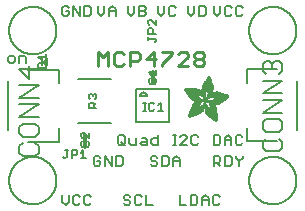
<source format=gbr>
G04 EAGLE Gerber RS-274X export*
G75*
%MOMM*%
%FSLAX34Y34*%
%LPD*%
%INSilkscreen Top*%
%IPPOS*%
%AMOC8*
5,1,8,0,0,1.08239X$1,22.5*%
G01*
%ADD10C,0.152400*%
%ADD11C,0.228600*%
%ADD12C,0.127000*%
%ADD13C,0.304800*%
%ADD14C,0.203200*%
%ADD15R,0.050800X0.006300*%
%ADD16R,0.082600X0.006400*%
%ADD17R,0.120600X0.006300*%
%ADD18R,0.139700X0.006400*%
%ADD19R,0.158800X0.006300*%
%ADD20R,0.177800X0.006400*%
%ADD21R,0.196800X0.006300*%
%ADD22R,0.215900X0.006400*%
%ADD23R,0.228600X0.006300*%
%ADD24R,0.241300X0.006400*%
%ADD25R,0.254000X0.006300*%
%ADD26R,0.266700X0.006400*%
%ADD27R,0.279400X0.006300*%
%ADD28R,0.285700X0.006400*%
%ADD29R,0.298400X0.006300*%
%ADD30R,0.311200X0.006400*%
%ADD31R,0.317500X0.006300*%
%ADD32R,0.330200X0.006400*%
%ADD33R,0.336600X0.006300*%
%ADD34R,0.349200X0.006400*%
%ADD35R,0.361900X0.006300*%
%ADD36R,0.368300X0.006400*%
%ADD37R,0.381000X0.006300*%
%ADD38R,0.387300X0.006400*%
%ADD39R,0.393700X0.006300*%
%ADD40R,0.406400X0.006400*%
%ADD41R,0.412700X0.006300*%
%ADD42R,0.419100X0.006400*%
%ADD43R,0.431800X0.006300*%
%ADD44R,0.438100X0.006400*%
%ADD45R,0.450800X0.006300*%
%ADD46R,0.457200X0.006400*%
%ADD47R,0.463500X0.006300*%
%ADD48R,0.476200X0.006400*%
%ADD49R,0.482600X0.006300*%
%ADD50R,0.488900X0.006400*%
%ADD51R,0.501600X0.006300*%
%ADD52R,0.508000X0.006400*%
%ADD53R,0.514300X0.006300*%
%ADD54R,0.527000X0.006400*%
%ADD55R,0.533400X0.006300*%
%ADD56R,0.546100X0.006400*%
%ADD57R,0.552400X0.006300*%
%ADD58R,0.558800X0.006400*%
%ADD59R,0.571500X0.006300*%
%ADD60R,0.577800X0.006400*%
%ADD61R,0.584200X0.006300*%
%ADD62R,0.596900X0.006400*%
%ADD63R,0.603200X0.006300*%
%ADD64R,0.609600X0.006400*%
%ADD65R,0.622300X0.006300*%
%ADD66R,0.628600X0.006400*%
%ADD67R,0.641300X0.006300*%
%ADD68R,0.647700X0.006400*%
%ADD69R,0.063500X0.006300*%
%ADD70R,0.654000X0.006300*%
%ADD71R,0.101600X0.006400*%
%ADD72R,0.666700X0.006400*%
%ADD73R,0.139700X0.006300*%
%ADD74R,0.673100X0.006300*%
%ADD75R,0.165100X0.006400*%
%ADD76R,0.679400X0.006400*%
%ADD77R,0.196900X0.006300*%
%ADD78R,0.692100X0.006300*%
%ADD79R,0.222200X0.006400*%
%ADD80R,0.698500X0.006400*%
%ADD81R,0.247700X0.006300*%
%ADD82R,0.704800X0.006300*%
%ADD83R,0.279400X0.006400*%
%ADD84R,0.717500X0.006400*%
%ADD85R,0.298500X0.006300*%
%ADD86R,0.723900X0.006300*%
%ADD87R,0.736600X0.006400*%
%ADD88R,0.342900X0.006300*%
%ADD89R,0.742900X0.006300*%
%ADD90R,0.374700X0.006400*%
%ADD91R,0.749300X0.006400*%
%ADD92R,0.762000X0.006300*%
%ADD93R,0.412700X0.006400*%
%ADD94R,0.768300X0.006400*%
%ADD95R,0.438100X0.006300*%
%ADD96R,0.774700X0.006300*%
%ADD97R,0.463600X0.006400*%
%ADD98R,0.787400X0.006400*%
%ADD99R,0.793700X0.006300*%
%ADD100R,0.495300X0.006400*%
%ADD101R,0.800100X0.006400*%
%ADD102R,0.520700X0.006300*%
%ADD103R,0.812800X0.006300*%
%ADD104R,0.533400X0.006400*%
%ADD105R,0.819100X0.006400*%
%ADD106R,0.558800X0.006300*%
%ADD107R,0.825500X0.006300*%
%ADD108R,0.577900X0.006400*%
%ADD109R,0.831800X0.006400*%
%ADD110R,0.596900X0.006300*%
%ADD111R,0.844500X0.006300*%
%ADD112R,0.616000X0.006400*%
%ADD113R,0.850900X0.006400*%
%ADD114R,0.635000X0.006300*%
%ADD115R,0.857200X0.006300*%
%ADD116R,0.654100X0.006400*%
%ADD117R,0.863600X0.006400*%
%ADD118R,0.666700X0.006300*%
%ADD119R,0.869900X0.006300*%
%ADD120R,0.685800X0.006400*%
%ADD121R,0.876300X0.006400*%
%ADD122R,0.882600X0.006300*%
%ADD123R,0.723900X0.006400*%
%ADD124R,0.889000X0.006400*%
%ADD125R,0.895300X0.006300*%
%ADD126R,0.755700X0.006400*%
%ADD127R,0.901700X0.006400*%
%ADD128R,0.908000X0.006300*%
%ADD129R,0.793800X0.006400*%
%ADD130R,0.914400X0.006400*%
%ADD131R,0.806400X0.006300*%
%ADD132R,0.920700X0.006300*%
%ADD133R,0.825500X0.006400*%
%ADD134R,0.927100X0.006400*%
%ADD135R,0.933400X0.006300*%
%ADD136R,0.857300X0.006400*%
%ADD137R,0.939800X0.006400*%
%ADD138R,0.870000X0.006300*%
%ADD139R,0.939800X0.006300*%
%ADD140R,0.946100X0.006400*%
%ADD141R,0.952500X0.006300*%
%ADD142R,0.908000X0.006400*%
%ADD143R,0.958800X0.006400*%
%ADD144R,0.965200X0.006300*%
%ADD145R,0.965200X0.006400*%
%ADD146R,0.971500X0.006300*%
%ADD147R,0.952500X0.006400*%
%ADD148R,0.977900X0.006400*%
%ADD149R,0.958800X0.006300*%
%ADD150R,0.984200X0.006300*%
%ADD151R,0.971500X0.006400*%
%ADD152R,0.984200X0.006400*%
%ADD153R,0.990600X0.006300*%
%ADD154R,0.984300X0.006400*%
%ADD155R,0.996900X0.006400*%
%ADD156R,0.997000X0.006300*%
%ADD157R,0.996900X0.006300*%
%ADD158R,1.003300X0.006400*%
%ADD159R,1.016000X0.006300*%
%ADD160R,1.009600X0.006300*%
%ADD161R,1.016000X0.006400*%
%ADD162R,1.009600X0.006400*%
%ADD163R,1.022300X0.006300*%
%ADD164R,1.028700X0.006400*%
%ADD165R,1.035100X0.006300*%
%ADD166R,1.047800X0.006400*%
%ADD167R,1.054100X0.006300*%
%ADD168R,1.028700X0.006300*%
%ADD169R,1.054100X0.006400*%
%ADD170R,1.035000X0.006400*%
%ADD171R,1.060400X0.006300*%
%ADD172R,1.035000X0.006300*%
%ADD173R,1.060500X0.006400*%
%ADD174R,1.041400X0.006400*%
%ADD175R,1.066800X0.006300*%
%ADD176R,1.041400X0.006300*%
%ADD177R,1.079500X0.006400*%
%ADD178R,1.047700X0.006400*%
%ADD179R,1.085900X0.006300*%
%ADD180R,1.047700X0.006300*%
%ADD181R,1.085800X0.006400*%
%ADD182R,1.092200X0.006300*%
%ADD183R,1.085900X0.006400*%
%ADD184R,1.098600X0.006300*%
%ADD185R,1.098600X0.006400*%
%ADD186R,1.060400X0.006400*%
%ADD187R,1.104900X0.006300*%
%ADD188R,1.104900X0.006400*%
%ADD189R,1.066800X0.006400*%
%ADD190R,1.111200X0.006300*%
%ADD191R,1.117600X0.006400*%
%ADD192R,1.117600X0.006300*%
%ADD193R,1.073100X0.006300*%
%ADD194R,1.073100X0.006400*%
%ADD195R,1.124000X0.006300*%
%ADD196R,1.079500X0.006300*%
%ADD197R,1.123900X0.006400*%
%ADD198R,1.130300X0.006300*%
%ADD199R,1.130300X0.006400*%
%ADD200R,1.136700X0.006400*%
%ADD201R,1.136700X0.006300*%
%ADD202R,1.085800X0.006300*%
%ADD203R,1.136600X0.006400*%
%ADD204R,1.136600X0.006300*%
%ADD205R,1.143000X0.006400*%
%ADD206R,1.143000X0.006300*%
%ADD207R,1.149400X0.006300*%
%ADD208R,1.149300X0.006300*%
%ADD209R,1.149300X0.006400*%
%ADD210R,1.149400X0.006400*%
%ADD211R,1.155700X0.006400*%
%ADD212R,1.155700X0.006300*%
%ADD213R,1.060500X0.006300*%
%ADD214R,2.197100X0.006400*%
%ADD215R,2.197100X0.006300*%
%ADD216R,2.184400X0.006300*%
%ADD217R,2.184400X0.006400*%
%ADD218R,2.171700X0.006400*%
%ADD219R,2.171700X0.006300*%
%ADD220R,1.530300X0.006400*%
%ADD221R,1.505000X0.006300*%
%ADD222R,1.492300X0.006400*%
%ADD223R,1.485900X0.006300*%
%ADD224R,0.565200X0.006300*%
%ADD225R,1.473200X0.006400*%
%ADD226R,0.565200X0.006400*%
%ADD227R,1.460500X0.006300*%
%ADD228R,1.454100X0.006400*%
%ADD229R,0.552400X0.006400*%
%ADD230R,1.441500X0.006300*%
%ADD231R,0.546100X0.006300*%
%ADD232R,1.435100X0.006400*%
%ADD233R,0.539800X0.006400*%
%ADD234R,1.428800X0.006300*%
%ADD235R,1.422400X0.006400*%
%ADD236R,1.409700X0.006300*%
%ADD237R,0.527100X0.006300*%
%ADD238R,1.403300X0.006400*%
%ADD239R,0.527100X0.006400*%
%ADD240R,1.390700X0.006300*%
%ADD241R,1.384300X0.006400*%
%ADD242R,0.520700X0.006400*%
%ADD243R,1.384300X0.006300*%
%ADD244R,0.514400X0.006300*%
%ADD245R,1.371600X0.006400*%
%ADD246R,1.365200X0.006300*%
%ADD247R,0.508000X0.006300*%
%ADD248R,1.352600X0.006400*%
%ADD249R,0.501700X0.006400*%
%ADD250R,0.711200X0.006300*%
%ADD251R,0.603300X0.006300*%
%ADD252R,0.501700X0.006300*%
%ADD253R,0.692100X0.006400*%
%ADD254R,0.571500X0.006400*%
%ADD255R,0.679400X0.006300*%
%ADD256R,0.495300X0.006300*%
%ADD257R,0.673100X0.006400*%
%ADD258R,0.666800X0.006300*%
%ADD259R,0.488900X0.006300*%
%ADD260R,0.660400X0.006400*%
%ADD261R,0.482600X0.006400*%
%ADD262R,0.476200X0.006300*%
%ADD263R,0.654000X0.006400*%
%ADD264R,0.469900X0.006400*%
%ADD265R,0.476300X0.006400*%
%ADD266R,0.647700X0.006300*%
%ADD267R,0.457200X0.006300*%
%ADD268R,0.469900X0.006300*%
%ADD269R,0.641300X0.006400*%
%ADD270R,0.444500X0.006400*%
%ADD271R,0.463600X0.006300*%
%ADD272R,0.635000X0.006400*%
%ADD273R,0.463500X0.006400*%
%ADD274R,0.393700X0.006400*%
%ADD275R,0.450800X0.006400*%
%ADD276R,0.628600X0.006300*%
%ADD277R,0.387400X0.006300*%
%ADD278R,0.450900X0.006300*%
%ADD279R,0.628700X0.006400*%
%ADD280R,0.374600X0.006400*%
%ADD281R,0.368300X0.006300*%
%ADD282R,0.438200X0.006300*%
%ADD283R,0.622300X0.006400*%
%ADD284R,0.355600X0.006400*%
%ADD285R,0.431800X0.006400*%
%ADD286R,0.349300X0.006300*%
%ADD287R,0.425400X0.006300*%
%ADD288R,0.615900X0.006300*%
%ADD289R,0.330200X0.006300*%
%ADD290R,0.419100X0.006300*%
%ADD291R,0.616000X0.006300*%
%ADD292R,0.311200X0.006300*%
%ADD293R,0.406400X0.006300*%
%ADD294R,0.615900X0.006400*%
%ADD295R,0.304800X0.006400*%
%ADD296R,0.158800X0.006400*%
%ADD297R,0.609600X0.006300*%
%ADD298R,0.292100X0.006300*%
%ADD299R,0.235000X0.006300*%
%ADD300R,0.387400X0.006400*%
%ADD301R,0.292100X0.006400*%
%ADD302R,0.336500X0.006300*%
%ADD303R,0.260400X0.006300*%
%ADD304R,0.603300X0.006400*%
%ADD305R,0.260400X0.006400*%
%ADD306R,0.362000X0.006400*%
%ADD307R,0.450900X0.006400*%
%ADD308R,0.355600X0.006300*%
%ADD309R,0.342900X0.006400*%
%ADD310R,0.514300X0.006400*%
%ADD311R,0.234900X0.006300*%
%ADD312R,0.539700X0.006300*%
%ADD313R,0.603200X0.006400*%
%ADD314R,0.234900X0.006400*%
%ADD315R,0.920700X0.006400*%
%ADD316R,0.958900X0.006400*%
%ADD317R,0.215900X0.006300*%
%ADD318R,0.209600X0.006400*%
%ADD319R,0.203200X0.006300*%
%ADD320R,1.003300X0.006300*%
%ADD321R,0.203200X0.006400*%
%ADD322R,0.196900X0.006400*%
%ADD323R,0.190500X0.006300*%
%ADD324R,0.190500X0.006400*%
%ADD325R,0.184200X0.006300*%
%ADD326R,0.590500X0.006400*%
%ADD327R,0.184200X0.006400*%
%ADD328R,0.590500X0.006300*%
%ADD329R,0.177800X0.006300*%
%ADD330R,0.584200X0.006400*%
%ADD331R,1.168400X0.006400*%
%ADD332R,0.171500X0.006300*%
%ADD333R,1.187500X0.006300*%
%ADD334R,1.200100X0.006400*%
%ADD335R,0.577800X0.006300*%
%ADD336R,1.212900X0.006300*%
%ADD337R,1.231900X0.006400*%
%ADD338R,1.250900X0.006300*%
%ADD339R,0.565100X0.006400*%
%ADD340R,0.184100X0.006400*%
%ADD341R,1.263700X0.006400*%
%ADD342R,0.565100X0.006300*%
%ADD343R,1.289100X0.006300*%
%ADD344R,1.314400X0.006400*%
%ADD345R,0.552500X0.006300*%
%ADD346R,1.568500X0.006300*%
%ADD347R,0.552500X0.006400*%
%ADD348R,1.581200X0.006400*%
%ADD349R,1.593800X0.006300*%
%ADD350R,1.606500X0.006400*%
%ADD351R,1.619300X0.006300*%
%ADD352R,0.514400X0.006400*%
%ADD353R,1.638300X0.006400*%
%ADD354R,1.657300X0.006300*%
%ADD355R,2.209800X0.006400*%
%ADD356R,2.425700X0.006300*%
%ADD357R,2.470100X0.006400*%
%ADD358R,2.501900X0.006300*%
%ADD359R,2.533700X0.006400*%
%ADD360R,2.559000X0.006300*%
%ADD361R,2.584500X0.006400*%
%ADD362R,2.609900X0.006300*%
%ADD363R,2.628900X0.006400*%
%ADD364R,2.660600X0.006300*%
%ADD365R,2.673400X0.006400*%
%ADD366R,1.422400X0.006300*%
%ADD367R,1.200200X0.006300*%
%ADD368R,1.365300X0.006300*%
%ADD369R,1.365300X0.006400*%
%ADD370R,1.352500X0.006300*%
%ADD371R,1.098500X0.006300*%
%ADD372R,1.358900X0.006400*%
%ADD373R,1.352600X0.006300*%
%ADD374R,1.358900X0.006300*%
%ADD375R,1.371600X0.006300*%
%ADD376R,1.377900X0.006400*%
%ADD377R,1.397000X0.006400*%
%ADD378R,1.403300X0.006300*%
%ADD379R,0.914400X0.006300*%
%ADD380R,0.876300X0.006300*%
%ADD381R,0.374600X0.006300*%
%ADD382R,1.073200X0.006400*%
%ADD383R,0.374700X0.006300*%
%ADD384R,0.844600X0.006400*%
%ADD385R,0.844600X0.006300*%
%ADD386R,0.831900X0.006400*%
%ADD387R,1.092200X0.006400*%
%ADD388R,0.400000X0.006300*%
%ADD389R,0.819200X0.006400*%
%ADD390R,1.111300X0.006400*%
%ADD391R,0.812800X0.006400*%
%ADD392R,0.800100X0.006300*%
%ADD393R,0.476300X0.006300*%
%ADD394R,1.181100X0.006300*%
%ADD395R,0.501600X0.006400*%
%ADD396R,1.193800X0.006400*%
%ADD397R,0.781000X0.006400*%
%ADD398R,1.238200X0.006400*%
%ADD399R,0.781100X0.006300*%
%ADD400R,1.257300X0.006300*%
%ADD401R,1.295400X0.006400*%
%ADD402R,1.333500X0.006300*%
%ADD403R,0.774700X0.006400*%
%ADD404R,1.866900X0.006400*%
%ADD405R,0.209600X0.006300*%
%ADD406R,1.866900X0.006300*%
%ADD407R,0.768400X0.006400*%
%ADD408R,0.209500X0.006400*%
%ADD409R,1.860600X0.006400*%
%ADD410R,0.762000X0.006400*%
%ADD411R,0.768400X0.006300*%
%ADD412R,1.860600X0.006300*%
%ADD413R,1.860500X0.006400*%
%ADD414R,0.222300X0.006300*%
%ADD415R,1.854200X0.006300*%
%ADD416R,0.235000X0.006400*%
%ADD417R,1.854200X0.006400*%
%ADD418R,0.768300X0.006300*%
%ADD419R,0.260300X0.006400*%
%ADD420R,1.847800X0.006400*%
%ADD421R,0.266700X0.006300*%
%ADD422R,1.847800X0.006300*%
%ADD423R,0.273100X0.006400*%
%ADD424R,1.841500X0.006400*%
%ADD425R,0.285800X0.006300*%
%ADD426R,1.841500X0.006300*%
%ADD427R,0.298500X0.006400*%
%ADD428R,1.835100X0.006400*%
%ADD429R,0.781000X0.006300*%
%ADD430R,0.304800X0.006300*%
%ADD431R,1.835100X0.006300*%
%ADD432R,0.317500X0.006400*%
%ADD433R,1.828800X0.006400*%
%ADD434R,0.787400X0.006300*%
%ADD435R,0.323800X0.006300*%
%ADD436R,1.828800X0.006300*%
%ADD437R,0.793700X0.006400*%
%ADD438R,1.822400X0.006400*%
%ADD439R,0.806500X0.006300*%
%ADD440R,1.822400X0.006300*%
%ADD441R,1.816100X0.006400*%
%ADD442R,0.819100X0.006300*%
%ADD443R,0.387300X0.006300*%
%ADD444R,1.816100X0.006300*%
%ADD445R,1.809800X0.006400*%
%ADD446R,1.803400X0.006300*%
%ADD447R,1.797000X0.006400*%
%ADD448R,0.901700X0.006300*%
%ADD449R,1.797000X0.006300*%
%ADD450R,1.441400X0.006400*%
%ADD451R,1.790700X0.006400*%
%ADD452R,1.447800X0.006300*%
%ADD453R,1.784300X0.006300*%
%ADD454R,1.447800X0.006400*%
%ADD455R,1.784300X0.006400*%
%ADD456R,1.454100X0.006300*%
%ADD457R,1.771700X0.006300*%
%ADD458R,1.460500X0.006400*%
%ADD459R,1.759000X0.006400*%
%ADD460R,1.466800X0.006300*%
%ADD461R,1.752600X0.006300*%
%ADD462R,1.466800X0.006400*%
%ADD463R,1.739900X0.006400*%
%ADD464R,1.473200X0.006300*%
%ADD465R,1.727200X0.006300*%
%ADD466R,1.479500X0.006400*%
%ADD467R,1.714500X0.006400*%
%ADD468R,1.695400X0.006300*%
%ADD469R,1.485900X0.006400*%
%ADD470R,1.682700X0.006400*%
%ADD471R,1.492200X0.006300*%
%ADD472R,1.663700X0.006300*%
%ADD473R,1.498600X0.006400*%
%ADD474R,1.644600X0.006400*%
%ADD475R,1.498600X0.006300*%
%ADD476R,1.619200X0.006300*%
%ADD477R,1.511300X0.006400*%
%ADD478R,1.600200X0.006400*%
%ADD479R,1.517700X0.006300*%
%ADD480R,1.574800X0.006300*%
%ADD481R,1.524000X0.006400*%
%ADD482R,1.555800X0.006400*%
%ADD483R,1.524000X0.006300*%
%ADD484R,1.536700X0.006300*%
%ADD485R,1.530400X0.006400*%
%ADD486R,1.517700X0.006400*%
%ADD487R,1.492300X0.006300*%
%ADD488R,1.549400X0.006400*%
%ADD489R,1.479600X0.006400*%
%ADD490R,1.549400X0.006300*%
%ADD491R,1.555700X0.006400*%
%ADD492R,1.562100X0.006300*%
%ADD493R,0.323900X0.006300*%
%ADD494R,1.568400X0.006400*%
%ADD495R,0.336600X0.006400*%
%ADD496R,1.587500X0.006300*%
%ADD497R,0.971600X0.006300*%
%ADD498R,0.349300X0.006400*%
%ADD499R,1.600200X0.006300*%
%ADD500R,0.920800X0.006300*%
%ADD501R,0.882700X0.006400*%
%ADD502R,1.612900X0.006300*%
%ADD503R,0.362000X0.006300*%
%ADD504R,1.625600X0.006400*%
%ADD505R,1.625600X0.006300*%
%ADD506R,1.644600X0.006300*%
%ADD507R,0.736600X0.006300*%
%ADD508R,0.717600X0.006400*%
%ADD509R,1.657400X0.006300*%
%ADD510R,0.679500X0.006300*%
%ADD511R,1.663700X0.006400*%
%ADD512R,0.400000X0.006400*%
%ADD513R,1.676400X0.006300*%
%ADD514R,1.676400X0.006400*%
%ADD515R,0.425500X0.006400*%
%ADD516R,1.352500X0.006400*%
%ADD517R,0.444500X0.006300*%
%ADD518R,0.361900X0.006400*%
%ADD519R,0.088900X0.006300*%
%ADD520R,1.009700X0.006300*%
%ADD521R,1.009700X0.006400*%
%ADD522R,1.022300X0.006400*%
%ADD523R,1.346200X0.006400*%
%ADD524R,1.346200X0.006300*%
%ADD525R,1.339900X0.006400*%
%ADD526R,1.035100X0.006400*%
%ADD527R,1.339800X0.006300*%
%ADD528R,1.333500X0.006400*%
%ADD529R,1.327200X0.006400*%
%ADD530R,1.320800X0.006300*%
%ADD531R,1.314500X0.006400*%
%ADD532R,1.314400X0.006300*%
%ADD533R,1.301700X0.006400*%
%ADD534R,1.295400X0.006300*%
%ADD535R,1.289000X0.006400*%
%ADD536R,1.276300X0.006300*%
%ADD537R,1.251000X0.006300*%
%ADD538R,1.244600X0.006400*%
%ADD539R,1.231900X0.006300*%
%ADD540R,1.212800X0.006400*%
%ADD541R,1.200100X0.006300*%
%ADD542R,1.187400X0.006400*%
%ADD543R,1.168400X0.006300*%
%ADD544R,1.047800X0.006300*%
%ADD545R,0.977900X0.006300*%
%ADD546R,0.946200X0.006400*%
%ADD547R,0.933400X0.006400*%
%ADD548R,0.895300X0.006400*%
%ADD549R,0.882700X0.006300*%
%ADD550R,0.863600X0.006300*%
%ADD551R,0.857200X0.006400*%
%ADD552R,0.850900X0.006300*%
%ADD553R,0.838200X0.006300*%
%ADD554R,0.806500X0.006400*%
%ADD555R,0.717600X0.006300*%
%ADD556R,0.711200X0.006400*%
%ADD557R,0.641400X0.006400*%
%ADD558R,0.641400X0.006300*%
%ADD559R,0.628700X0.006300*%
%ADD560R,0.590600X0.006300*%
%ADD561R,0.539700X0.006400*%
%ADD562R,0.285700X0.006300*%
%ADD563R,0.222200X0.006300*%
%ADD564R,0.171400X0.006300*%
%ADD565R,0.152400X0.006400*%
%ADD566R,0.133400X0.006300*%
%ADD567R,0.127000X0.762000*%

G36*
X37348Y122433D02*
X37348Y122433D01*
X37377Y122430D01*
X37469Y122450D01*
X37562Y122463D01*
X37589Y122476D01*
X37618Y122482D01*
X37698Y122530D01*
X37782Y122572D01*
X37803Y122593D01*
X37829Y122608D01*
X37890Y122680D01*
X37956Y122746D01*
X37969Y122772D01*
X37989Y122795D01*
X38024Y122882D01*
X38066Y122966D01*
X38070Y122996D01*
X38081Y123023D01*
X38099Y123190D01*
X38099Y128270D01*
X38094Y128299D01*
X38097Y128329D01*
X38075Y128420D01*
X38060Y128513D01*
X38046Y128539D01*
X38039Y128568D01*
X37988Y128647D01*
X37944Y128730D01*
X37923Y128751D01*
X37907Y128776D01*
X37834Y128835D01*
X37766Y128900D01*
X37739Y128912D01*
X37716Y128931D01*
X37628Y128964D01*
X37543Y129003D01*
X37513Y129006D01*
X37486Y129017D01*
X37392Y129020D01*
X37299Y129030D01*
X37269Y129024D01*
X37240Y129025D01*
X37150Y128998D01*
X37058Y128978D01*
X37033Y128963D01*
X37004Y128954D01*
X36862Y128864D01*
X33687Y126324D01*
X33618Y126247D01*
X33545Y126174D01*
X33536Y126157D01*
X33523Y126142D01*
X33481Y126046D01*
X33435Y125954D01*
X33433Y125934D01*
X33425Y125916D01*
X33416Y125813D01*
X33402Y125710D01*
X33406Y125691D01*
X33404Y125671D01*
X33429Y125570D01*
X33448Y125468D01*
X33458Y125451D01*
X33462Y125432D01*
X33518Y125345D01*
X33569Y125254D01*
X33586Y125237D01*
X33594Y125224D01*
X33619Y125204D01*
X33687Y125136D01*
X36862Y122596D01*
X36888Y122581D01*
X36910Y122561D01*
X36995Y122521D01*
X37077Y122475D01*
X37106Y122469D01*
X37133Y122457D01*
X37226Y122447D01*
X37318Y122429D01*
X37348Y122433D01*
G37*
D10*
X50229Y13215D02*
X50229Y7453D01*
X53110Y4572D01*
X55991Y7453D01*
X55991Y13215D01*
X63906Y13215D02*
X65347Y11775D01*
X63906Y13215D02*
X61025Y13215D01*
X59584Y11775D01*
X59584Y6013D01*
X61025Y4572D01*
X63906Y4572D01*
X65347Y6013D01*
X73261Y13215D02*
X74702Y11775D01*
X73261Y13215D02*
X70380Y13215D01*
X68940Y11775D01*
X68940Y6013D01*
X70380Y4572D01*
X73261Y4572D01*
X74702Y6013D01*
X82661Y44795D02*
X81221Y46235D01*
X78340Y46235D01*
X76899Y44795D01*
X76899Y39033D01*
X78340Y37592D01*
X81221Y37592D01*
X82661Y39033D01*
X82661Y41914D01*
X79780Y41914D01*
X86254Y46235D02*
X86254Y37592D01*
X92017Y37592D02*
X86254Y46235D01*
X92017Y46235D02*
X92017Y37592D01*
X95610Y37592D02*
X95610Y46235D01*
X95610Y37592D02*
X99931Y37592D01*
X101372Y39033D01*
X101372Y44795D01*
X99931Y46235D01*
X95610Y46235D01*
X106621Y13215D02*
X108061Y11775D01*
X106621Y13215D02*
X103740Y13215D01*
X102299Y11775D01*
X102299Y10334D01*
X103740Y8894D01*
X106621Y8894D01*
X108061Y7453D01*
X108061Y6013D01*
X106621Y4572D01*
X103740Y4572D01*
X102299Y6013D01*
X115976Y13215D02*
X117417Y11775D01*
X115976Y13215D02*
X113095Y13215D01*
X111654Y11775D01*
X111654Y6013D01*
X113095Y4572D01*
X115976Y4572D01*
X117417Y6013D01*
X121010Y4572D02*
X121010Y13215D01*
X121010Y4572D02*
X126772Y4572D01*
X130921Y44795D02*
X129481Y46235D01*
X126600Y46235D01*
X125159Y44795D01*
X125159Y43354D01*
X126600Y41914D01*
X129481Y41914D01*
X130921Y40473D01*
X130921Y39033D01*
X129481Y37592D01*
X126600Y37592D01*
X125159Y39033D01*
X134514Y37592D02*
X134514Y46235D01*
X134514Y37592D02*
X138836Y37592D01*
X140277Y39033D01*
X140277Y44795D01*
X138836Y46235D01*
X134514Y46235D01*
X143870Y43354D02*
X143870Y37592D01*
X143870Y43354D02*
X146751Y46235D01*
X149632Y43354D01*
X149632Y37592D01*
X149632Y41914D02*
X143870Y41914D01*
X178499Y37592D02*
X178499Y46235D01*
X182821Y46235D01*
X184261Y44795D01*
X184261Y41914D01*
X182821Y40473D01*
X178499Y40473D01*
X181380Y40473D02*
X184261Y37592D01*
X187854Y37592D02*
X187854Y46235D01*
X187854Y37592D02*
X192176Y37592D01*
X193617Y39033D01*
X193617Y44795D01*
X192176Y46235D01*
X187854Y46235D01*
X197210Y46235D02*
X197210Y44795D01*
X200091Y41914D01*
X202972Y44795D01*
X202972Y46235D01*
X200091Y41914D02*
X200091Y37592D01*
D11*
X80665Y122047D02*
X80665Y134504D01*
X84818Y130351D01*
X88970Y134504D01*
X88970Y122047D01*
X100459Y134504D02*
X102535Y132428D01*
X100459Y134504D02*
X96307Y134504D01*
X94230Y132428D01*
X94230Y124123D01*
X96307Y122047D01*
X100459Y122047D01*
X102535Y124123D01*
X107795Y122047D02*
X107795Y134504D01*
X114024Y134504D01*
X116100Y132428D01*
X116100Y128275D01*
X114024Y126199D01*
X107795Y126199D01*
X127589Y122047D02*
X127589Y134504D01*
X121361Y128275D01*
X129665Y128275D01*
X134926Y134504D02*
X143230Y134504D01*
X143230Y132428D01*
X134926Y124123D01*
X134926Y122047D01*
X148491Y122047D02*
X156795Y122047D01*
X148491Y122047D02*
X156795Y130351D01*
X156795Y132428D01*
X154719Y134504D01*
X150567Y134504D01*
X148491Y132428D01*
X162056Y132428D02*
X164132Y134504D01*
X168284Y134504D01*
X170360Y132428D01*
X170360Y130351D01*
X168284Y128275D01*
X170360Y126199D01*
X170360Y124123D01*
X168284Y122047D01*
X164132Y122047D01*
X162056Y124123D01*
X162056Y126199D01*
X164132Y128275D01*
X162056Y130351D01*
X162056Y132428D01*
X164132Y128275D02*
X168284Y128275D01*
D10*
X97320Y62575D02*
X97320Y56813D01*
X97320Y62575D02*
X98761Y64015D01*
X101642Y64015D01*
X103082Y62575D01*
X103082Y56813D01*
X101642Y55372D01*
X98761Y55372D01*
X97320Y56813D01*
X100201Y58253D02*
X103082Y55372D01*
X106675Y56813D02*
X106675Y61134D01*
X106675Y56813D02*
X108116Y55372D01*
X112437Y55372D01*
X112437Y61134D01*
X117471Y61134D02*
X120352Y61134D01*
X121793Y59694D01*
X121793Y55372D01*
X117471Y55372D01*
X116030Y56813D01*
X117471Y58253D01*
X121793Y58253D01*
X131148Y55372D02*
X131148Y64015D01*
X131148Y55372D02*
X126826Y55372D01*
X125386Y56813D01*
X125386Y59694D01*
X126826Y61134D01*
X131148Y61134D01*
X144096Y55372D02*
X146977Y55372D01*
X145537Y55372D02*
X145537Y64015D01*
X146977Y64015D02*
X144096Y64015D01*
X150333Y55372D02*
X156095Y55372D01*
X150333Y55372D02*
X156095Y61134D01*
X156095Y62575D01*
X154654Y64015D01*
X151773Y64015D01*
X150333Y62575D01*
X164010Y64015D02*
X165450Y62575D01*
X164010Y64015D02*
X161129Y64015D01*
X159688Y62575D01*
X159688Y56813D01*
X161129Y55372D01*
X164010Y55372D01*
X165450Y56813D01*
X178398Y55372D02*
X178398Y64015D01*
X178398Y55372D02*
X182720Y55372D01*
X184161Y56813D01*
X184161Y62575D01*
X182720Y64015D01*
X178398Y64015D01*
X187754Y61134D02*
X187754Y55372D01*
X187754Y61134D02*
X190635Y64015D01*
X193516Y61134D01*
X193516Y55372D01*
X193516Y59694D02*
X187754Y59694D01*
X201430Y64015D02*
X202871Y62575D01*
X201430Y64015D02*
X198549Y64015D01*
X197109Y62575D01*
X197109Y56813D01*
X198549Y55372D01*
X201430Y55372D01*
X202871Y56813D01*
D12*
X8894Y125095D02*
X5928Y125095D01*
X8894Y125095D02*
X10377Y126578D01*
X10377Y129544D01*
X8894Y131027D01*
X5928Y131027D01*
X4445Y129544D01*
X4445Y126578D01*
X5928Y125095D01*
X13800Y125095D02*
X13800Y131027D01*
X18249Y131027D01*
X19732Y129544D01*
X19732Y125095D01*
D10*
X149692Y13215D02*
X149692Y4572D01*
X155454Y4572D01*
X159047Y4572D02*
X159047Y13215D01*
X159047Y4572D02*
X163369Y4572D01*
X164809Y6013D01*
X164809Y11775D01*
X163369Y13215D01*
X159047Y13215D01*
X168402Y10334D02*
X168402Y4572D01*
X168402Y10334D02*
X171283Y13215D01*
X174164Y10334D01*
X174164Y4572D01*
X174164Y8894D02*
X168402Y8894D01*
X182079Y13215D02*
X183519Y11775D01*
X182079Y13215D02*
X179198Y13215D01*
X177757Y11775D01*
X177757Y6013D01*
X179198Y4572D01*
X182079Y4572D01*
X183519Y6013D01*
X55991Y171795D02*
X54551Y173235D01*
X51670Y173235D01*
X50229Y171795D01*
X50229Y166033D01*
X51670Y164592D01*
X54551Y164592D01*
X55991Y166033D01*
X55991Y168914D01*
X53110Y168914D01*
X59584Y173235D02*
X59584Y164592D01*
X65347Y164592D02*
X59584Y173235D01*
X65347Y173235D02*
X65347Y164592D01*
X68940Y164592D02*
X68940Y173235D01*
X68940Y164592D02*
X73261Y164592D01*
X74702Y166033D01*
X74702Y171795D01*
X73261Y173235D01*
X68940Y173235D01*
X178499Y173235D02*
X178499Y167473D01*
X181380Y164592D01*
X184261Y167473D01*
X184261Y173235D01*
X192176Y173235D02*
X193617Y171795D01*
X192176Y173235D02*
X189295Y173235D01*
X187854Y171795D01*
X187854Y166033D01*
X189295Y164592D01*
X192176Y164592D01*
X193617Y166033D01*
X201531Y173235D02*
X202972Y171795D01*
X201531Y173235D02*
X198650Y173235D01*
X197210Y171795D01*
X197210Y166033D01*
X198650Y164592D01*
X201531Y164592D01*
X202972Y166033D01*
X80307Y167473D02*
X80307Y173235D01*
X80307Y167473D02*
X83188Y164592D01*
X86069Y167473D01*
X86069Y173235D01*
X89662Y170354D02*
X89662Y164592D01*
X89662Y170354D02*
X92543Y173235D01*
X95424Y170354D01*
X95424Y164592D01*
X95424Y168914D02*
X89662Y168914D01*
X105707Y167473D02*
X105707Y173235D01*
X105707Y167473D02*
X108588Y164592D01*
X111469Y167473D01*
X111469Y173235D01*
X115062Y173235D02*
X115062Y164592D01*
X115062Y173235D02*
X119384Y173235D01*
X120824Y171795D01*
X120824Y170354D01*
X119384Y168914D01*
X120824Y167473D01*
X120824Y166033D01*
X119384Y164592D01*
X115062Y164592D01*
X115062Y168914D02*
X119384Y168914D01*
X131107Y167473D02*
X131107Y173235D01*
X131107Y167473D02*
X133988Y164592D01*
X136869Y167473D01*
X136869Y173235D01*
X144784Y173235D02*
X146224Y171795D01*
X144784Y173235D02*
X141903Y173235D01*
X140462Y171795D01*
X140462Y166033D01*
X141903Y164592D01*
X144784Y164592D01*
X146224Y166033D01*
X156507Y167473D02*
X156507Y173235D01*
X156507Y167473D02*
X159388Y164592D01*
X162269Y167473D01*
X162269Y173235D01*
X165862Y173235D02*
X165862Y164592D01*
X170184Y164592D01*
X171624Y166033D01*
X171624Y171795D01*
X170184Y173235D01*
X165862Y173235D01*
D13*
X69850Y63500D02*
X69850Y53340D01*
D10*
X66288Y57407D02*
X67390Y58508D01*
X66288Y57407D02*
X66288Y55204D01*
X67390Y54102D01*
X71796Y54102D01*
X72898Y55204D01*
X72898Y57407D01*
X71796Y58508D01*
X72898Y61586D02*
X72898Y65993D01*
X68492Y65993D02*
X72898Y61586D01*
X68492Y65993D02*
X67390Y65993D01*
X66288Y64891D01*
X66288Y62688D01*
X67390Y61586D01*
D13*
X127000Y109030D02*
X127000Y117030D01*
D10*
X124540Y111848D02*
X123438Y110747D01*
X123438Y108544D01*
X124540Y107442D01*
X128946Y107442D01*
X130048Y108544D01*
X130048Y110747D01*
X128946Y111848D01*
X125642Y114926D02*
X123438Y117129D01*
X130048Y117129D01*
X130048Y114926D02*
X130048Y119333D01*
D14*
X91470Y73710D02*
X63470Y73710D01*
X63470Y111710D02*
X91470Y111710D01*
D10*
X79246Y86884D02*
X72636Y86884D01*
X72636Y90189D01*
X73738Y91290D01*
X75941Y91290D01*
X77043Y90189D01*
X77043Y86884D01*
X77043Y89087D02*
X79246Y91290D01*
X73738Y94368D02*
X72636Y95469D01*
X72636Y97673D01*
X73738Y98774D01*
X74840Y98774D01*
X75941Y97673D01*
X75941Y96571D01*
X75941Y97673D02*
X77043Y98774D01*
X78144Y98774D01*
X79246Y97673D01*
X79246Y95469D01*
X78144Y94368D01*
X50800Y45552D02*
X51902Y44450D01*
X53003Y44450D01*
X54105Y45552D01*
X54105Y51060D01*
X55206Y51060D02*
X53003Y51060D01*
X58284Y51060D02*
X58284Y44450D01*
X58284Y51060D02*
X61589Y51060D01*
X62691Y49958D01*
X62691Y47755D01*
X61589Y46653D01*
X58284Y46653D01*
X65768Y48856D02*
X67972Y51060D01*
X67972Y44450D01*
X70175Y44450D02*
X65768Y44450D01*
D14*
X5400Y152400D02*
X5406Y152891D01*
X5424Y153381D01*
X5454Y153871D01*
X5496Y154360D01*
X5550Y154848D01*
X5616Y155335D01*
X5694Y155819D01*
X5784Y156302D01*
X5886Y156782D01*
X5999Y157260D01*
X6124Y157734D01*
X6261Y158206D01*
X6409Y158674D01*
X6569Y159138D01*
X6740Y159598D01*
X6922Y160054D01*
X7116Y160505D01*
X7320Y160951D01*
X7536Y161392D01*
X7762Y161828D01*
X7998Y162258D01*
X8245Y162682D01*
X8503Y163100D01*
X8771Y163511D01*
X9048Y163916D01*
X9336Y164314D01*
X9633Y164705D01*
X9940Y165088D01*
X10256Y165463D01*
X10581Y165831D01*
X10915Y166191D01*
X11258Y166542D01*
X11609Y166885D01*
X11969Y167219D01*
X12337Y167544D01*
X12712Y167860D01*
X13095Y168167D01*
X13486Y168464D01*
X13884Y168752D01*
X14289Y169029D01*
X14700Y169297D01*
X15118Y169555D01*
X15542Y169802D01*
X15972Y170038D01*
X16408Y170264D01*
X16849Y170480D01*
X17295Y170684D01*
X17746Y170878D01*
X18202Y171060D01*
X18662Y171231D01*
X19126Y171391D01*
X19594Y171539D01*
X20066Y171676D01*
X20540Y171801D01*
X21018Y171914D01*
X21498Y172016D01*
X21981Y172106D01*
X22465Y172184D01*
X22952Y172250D01*
X23440Y172304D01*
X23929Y172346D01*
X24419Y172376D01*
X24909Y172394D01*
X25400Y172400D01*
X25891Y172394D01*
X26381Y172376D01*
X26871Y172346D01*
X27360Y172304D01*
X27848Y172250D01*
X28335Y172184D01*
X28819Y172106D01*
X29302Y172016D01*
X29782Y171914D01*
X30260Y171801D01*
X30734Y171676D01*
X31206Y171539D01*
X31674Y171391D01*
X32138Y171231D01*
X32598Y171060D01*
X33054Y170878D01*
X33505Y170684D01*
X33951Y170480D01*
X34392Y170264D01*
X34828Y170038D01*
X35258Y169802D01*
X35682Y169555D01*
X36100Y169297D01*
X36511Y169029D01*
X36916Y168752D01*
X37314Y168464D01*
X37705Y168167D01*
X38088Y167860D01*
X38463Y167544D01*
X38831Y167219D01*
X39191Y166885D01*
X39542Y166542D01*
X39885Y166191D01*
X40219Y165831D01*
X40544Y165463D01*
X40860Y165088D01*
X41167Y164705D01*
X41464Y164314D01*
X41752Y163916D01*
X42029Y163511D01*
X42297Y163100D01*
X42555Y162682D01*
X42802Y162258D01*
X43038Y161828D01*
X43264Y161392D01*
X43480Y160951D01*
X43684Y160505D01*
X43878Y160054D01*
X44060Y159598D01*
X44231Y159138D01*
X44391Y158674D01*
X44539Y158206D01*
X44676Y157734D01*
X44801Y157260D01*
X44914Y156782D01*
X45016Y156302D01*
X45106Y155819D01*
X45184Y155335D01*
X45250Y154848D01*
X45304Y154360D01*
X45346Y153871D01*
X45376Y153381D01*
X45394Y152891D01*
X45400Y152400D01*
X45394Y151909D01*
X45376Y151419D01*
X45346Y150929D01*
X45304Y150440D01*
X45250Y149952D01*
X45184Y149465D01*
X45106Y148981D01*
X45016Y148498D01*
X44914Y148018D01*
X44801Y147540D01*
X44676Y147066D01*
X44539Y146594D01*
X44391Y146126D01*
X44231Y145662D01*
X44060Y145202D01*
X43878Y144746D01*
X43684Y144295D01*
X43480Y143849D01*
X43264Y143408D01*
X43038Y142972D01*
X42802Y142542D01*
X42555Y142118D01*
X42297Y141700D01*
X42029Y141289D01*
X41752Y140884D01*
X41464Y140486D01*
X41167Y140095D01*
X40860Y139712D01*
X40544Y139337D01*
X40219Y138969D01*
X39885Y138609D01*
X39542Y138258D01*
X39191Y137915D01*
X38831Y137581D01*
X38463Y137256D01*
X38088Y136940D01*
X37705Y136633D01*
X37314Y136336D01*
X36916Y136048D01*
X36511Y135771D01*
X36100Y135503D01*
X35682Y135245D01*
X35258Y134998D01*
X34828Y134762D01*
X34392Y134536D01*
X33951Y134320D01*
X33505Y134116D01*
X33054Y133922D01*
X32598Y133740D01*
X32138Y133569D01*
X31674Y133409D01*
X31206Y133261D01*
X30734Y133124D01*
X30260Y132999D01*
X29782Y132886D01*
X29302Y132784D01*
X28819Y132694D01*
X28335Y132616D01*
X27848Y132550D01*
X27360Y132496D01*
X26871Y132454D01*
X26381Y132424D01*
X25891Y132406D01*
X25400Y132400D01*
X24909Y132406D01*
X24419Y132424D01*
X23929Y132454D01*
X23440Y132496D01*
X22952Y132550D01*
X22465Y132616D01*
X21981Y132694D01*
X21498Y132784D01*
X21018Y132886D01*
X20540Y132999D01*
X20066Y133124D01*
X19594Y133261D01*
X19126Y133409D01*
X18662Y133569D01*
X18202Y133740D01*
X17746Y133922D01*
X17295Y134116D01*
X16849Y134320D01*
X16408Y134536D01*
X15972Y134762D01*
X15542Y134998D01*
X15118Y135245D01*
X14700Y135503D01*
X14289Y135771D01*
X13884Y136048D01*
X13486Y136336D01*
X13095Y136633D01*
X12712Y136940D01*
X12337Y137256D01*
X11969Y137581D01*
X11609Y137915D01*
X11258Y138258D01*
X10915Y138609D01*
X10581Y138969D01*
X10256Y139337D01*
X9940Y139712D01*
X9633Y140095D01*
X9336Y140486D01*
X9048Y140884D01*
X8771Y141289D01*
X8503Y141700D01*
X8245Y142118D01*
X7998Y142542D01*
X7762Y142972D01*
X7536Y143408D01*
X7320Y143849D01*
X7116Y144295D01*
X6922Y144746D01*
X6740Y145202D01*
X6569Y145662D01*
X6409Y146126D01*
X6261Y146594D01*
X6124Y147066D01*
X5999Y147540D01*
X5886Y148018D01*
X5784Y148498D01*
X5694Y148981D01*
X5616Y149465D01*
X5550Y149952D01*
X5496Y150440D01*
X5454Y150929D01*
X5424Y151419D01*
X5406Y151909D01*
X5400Y152400D01*
X208600Y152400D02*
X208606Y152891D01*
X208624Y153381D01*
X208654Y153871D01*
X208696Y154360D01*
X208750Y154848D01*
X208816Y155335D01*
X208894Y155819D01*
X208984Y156302D01*
X209086Y156782D01*
X209199Y157260D01*
X209324Y157734D01*
X209461Y158206D01*
X209609Y158674D01*
X209769Y159138D01*
X209940Y159598D01*
X210122Y160054D01*
X210316Y160505D01*
X210520Y160951D01*
X210736Y161392D01*
X210962Y161828D01*
X211198Y162258D01*
X211445Y162682D01*
X211703Y163100D01*
X211971Y163511D01*
X212248Y163916D01*
X212536Y164314D01*
X212833Y164705D01*
X213140Y165088D01*
X213456Y165463D01*
X213781Y165831D01*
X214115Y166191D01*
X214458Y166542D01*
X214809Y166885D01*
X215169Y167219D01*
X215537Y167544D01*
X215912Y167860D01*
X216295Y168167D01*
X216686Y168464D01*
X217084Y168752D01*
X217489Y169029D01*
X217900Y169297D01*
X218318Y169555D01*
X218742Y169802D01*
X219172Y170038D01*
X219608Y170264D01*
X220049Y170480D01*
X220495Y170684D01*
X220946Y170878D01*
X221402Y171060D01*
X221862Y171231D01*
X222326Y171391D01*
X222794Y171539D01*
X223266Y171676D01*
X223740Y171801D01*
X224218Y171914D01*
X224698Y172016D01*
X225181Y172106D01*
X225665Y172184D01*
X226152Y172250D01*
X226640Y172304D01*
X227129Y172346D01*
X227619Y172376D01*
X228109Y172394D01*
X228600Y172400D01*
X229091Y172394D01*
X229581Y172376D01*
X230071Y172346D01*
X230560Y172304D01*
X231048Y172250D01*
X231535Y172184D01*
X232019Y172106D01*
X232502Y172016D01*
X232982Y171914D01*
X233460Y171801D01*
X233934Y171676D01*
X234406Y171539D01*
X234874Y171391D01*
X235338Y171231D01*
X235798Y171060D01*
X236254Y170878D01*
X236705Y170684D01*
X237151Y170480D01*
X237592Y170264D01*
X238028Y170038D01*
X238458Y169802D01*
X238882Y169555D01*
X239300Y169297D01*
X239711Y169029D01*
X240116Y168752D01*
X240514Y168464D01*
X240905Y168167D01*
X241288Y167860D01*
X241663Y167544D01*
X242031Y167219D01*
X242391Y166885D01*
X242742Y166542D01*
X243085Y166191D01*
X243419Y165831D01*
X243744Y165463D01*
X244060Y165088D01*
X244367Y164705D01*
X244664Y164314D01*
X244952Y163916D01*
X245229Y163511D01*
X245497Y163100D01*
X245755Y162682D01*
X246002Y162258D01*
X246238Y161828D01*
X246464Y161392D01*
X246680Y160951D01*
X246884Y160505D01*
X247078Y160054D01*
X247260Y159598D01*
X247431Y159138D01*
X247591Y158674D01*
X247739Y158206D01*
X247876Y157734D01*
X248001Y157260D01*
X248114Y156782D01*
X248216Y156302D01*
X248306Y155819D01*
X248384Y155335D01*
X248450Y154848D01*
X248504Y154360D01*
X248546Y153871D01*
X248576Y153381D01*
X248594Y152891D01*
X248600Y152400D01*
X248594Y151909D01*
X248576Y151419D01*
X248546Y150929D01*
X248504Y150440D01*
X248450Y149952D01*
X248384Y149465D01*
X248306Y148981D01*
X248216Y148498D01*
X248114Y148018D01*
X248001Y147540D01*
X247876Y147066D01*
X247739Y146594D01*
X247591Y146126D01*
X247431Y145662D01*
X247260Y145202D01*
X247078Y144746D01*
X246884Y144295D01*
X246680Y143849D01*
X246464Y143408D01*
X246238Y142972D01*
X246002Y142542D01*
X245755Y142118D01*
X245497Y141700D01*
X245229Y141289D01*
X244952Y140884D01*
X244664Y140486D01*
X244367Y140095D01*
X244060Y139712D01*
X243744Y139337D01*
X243419Y138969D01*
X243085Y138609D01*
X242742Y138258D01*
X242391Y137915D01*
X242031Y137581D01*
X241663Y137256D01*
X241288Y136940D01*
X240905Y136633D01*
X240514Y136336D01*
X240116Y136048D01*
X239711Y135771D01*
X239300Y135503D01*
X238882Y135245D01*
X238458Y134998D01*
X238028Y134762D01*
X237592Y134536D01*
X237151Y134320D01*
X236705Y134116D01*
X236254Y133922D01*
X235798Y133740D01*
X235338Y133569D01*
X234874Y133409D01*
X234406Y133261D01*
X233934Y133124D01*
X233460Y132999D01*
X232982Y132886D01*
X232502Y132784D01*
X232019Y132694D01*
X231535Y132616D01*
X231048Y132550D01*
X230560Y132496D01*
X230071Y132454D01*
X229581Y132424D01*
X229091Y132406D01*
X228600Y132400D01*
X228109Y132406D01*
X227619Y132424D01*
X227129Y132454D01*
X226640Y132496D01*
X226152Y132550D01*
X225665Y132616D01*
X225181Y132694D01*
X224698Y132784D01*
X224218Y132886D01*
X223740Y132999D01*
X223266Y133124D01*
X222794Y133261D01*
X222326Y133409D01*
X221862Y133569D01*
X221402Y133740D01*
X220946Y133922D01*
X220495Y134116D01*
X220049Y134320D01*
X219608Y134536D01*
X219172Y134762D01*
X218742Y134998D01*
X218318Y135245D01*
X217900Y135503D01*
X217489Y135771D01*
X217084Y136048D01*
X216686Y136336D01*
X216295Y136633D01*
X215912Y136940D01*
X215537Y137256D01*
X215169Y137581D01*
X214809Y137915D01*
X214458Y138258D01*
X214115Y138609D01*
X213781Y138969D01*
X213456Y139337D01*
X213140Y139712D01*
X212833Y140095D01*
X212536Y140486D01*
X212248Y140884D01*
X211971Y141289D01*
X211703Y141700D01*
X211445Y142118D01*
X211198Y142542D01*
X210962Y142972D01*
X210736Y143408D01*
X210520Y143849D01*
X210316Y144295D01*
X210122Y144746D01*
X209940Y145202D01*
X209769Y145662D01*
X209609Y146126D01*
X209461Y146594D01*
X209324Y147066D01*
X209199Y147540D01*
X209086Y148018D01*
X208984Y148498D01*
X208894Y148981D01*
X208816Y149465D01*
X208750Y149952D01*
X208696Y150440D01*
X208654Y150929D01*
X208624Y151419D01*
X208606Y151909D01*
X208600Y152400D01*
D10*
X206460Y58900D02*
X232460Y58900D01*
X206460Y58900D02*
X206460Y69900D01*
X206460Y107900D02*
X206460Y119900D01*
X232460Y119900D01*
X249460Y109900D02*
X249460Y67900D01*
X222590Y60859D02*
X219878Y58147D01*
X219878Y52724D01*
X222590Y50012D01*
X233436Y50012D01*
X236148Y52724D01*
X236148Y58147D01*
X233436Y60859D01*
X219878Y69095D02*
X219878Y74519D01*
X219878Y69095D02*
X222590Y66384D01*
X233436Y66384D01*
X236148Y69095D01*
X236148Y74519D01*
X233436Y77230D01*
X222590Y77230D01*
X219878Y74519D01*
X219878Y82755D02*
X236148Y82755D01*
X236148Y93602D02*
X219878Y82755D01*
X219878Y93602D02*
X236148Y93602D01*
X236148Y99127D02*
X219878Y99127D01*
X236148Y109973D01*
X219878Y109973D01*
X222590Y115498D02*
X219878Y118210D01*
X219878Y123633D01*
X222590Y126345D01*
X225301Y126345D01*
X228013Y123633D01*
X228013Y120922D01*
X228013Y123633D02*
X230725Y126345D01*
X233436Y126345D01*
X236148Y123633D01*
X236148Y118210D01*
X233436Y115498D01*
X47540Y118900D02*
X21540Y118900D01*
X47540Y118900D02*
X47540Y107900D01*
X47540Y69900D02*
X47540Y57900D01*
X21540Y57900D01*
X4540Y67900D02*
X4540Y109900D01*
X16740Y57031D02*
X14028Y54319D01*
X14028Y48896D01*
X16740Y46184D01*
X27586Y46184D01*
X30298Y48896D01*
X30298Y54319D01*
X27586Y57031D01*
X14028Y65267D02*
X14028Y70691D01*
X14028Y65267D02*
X16740Y62556D01*
X27586Y62556D01*
X30298Y65267D01*
X30298Y70691D01*
X27586Y73402D01*
X16740Y73402D01*
X14028Y70691D01*
X14028Y78927D02*
X30298Y78927D01*
X30298Y89774D02*
X14028Y78927D01*
X14028Y89774D02*
X30298Y89774D01*
X30298Y95299D02*
X14028Y95299D01*
X30298Y106145D01*
X14028Y106145D01*
X14028Y119805D02*
X30298Y119805D01*
X22163Y111670D02*
X14028Y119805D01*
X22163Y122517D02*
X22163Y111670D01*
D14*
X5400Y25400D02*
X5406Y25891D01*
X5424Y26381D01*
X5454Y26871D01*
X5496Y27360D01*
X5550Y27848D01*
X5616Y28335D01*
X5694Y28819D01*
X5784Y29302D01*
X5886Y29782D01*
X5999Y30260D01*
X6124Y30734D01*
X6261Y31206D01*
X6409Y31674D01*
X6569Y32138D01*
X6740Y32598D01*
X6922Y33054D01*
X7116Y33505D01*
X7320Y33951D01*
X7536Y34392D01*
X7762Y34828D01*
X7998Y35258D01*
X8245Y35682D01*
X8503Y36100D01*
X8771Y36511D01*
X9048Y36916D01*
X9336Y37314D01*
X9633Y37705D01*
X9940Y38088D01*
X10256Y38463D01*
X10581Y38831D01*
X10915Y39191D01*
X11258Y39542D01*
X11609Y39885D01*
X11969Y40219D01*
X12337Y40544D01*
X12712Y40860D01*
X13095Y41167D01*
X13486Y41464D01*
X13884Y41752D01*
X14289Y42029D01*
X14700Y42297D01*
X15118Y42555D01*
X15542Y42802D01*
X15972Y43038D01*
X16408Y43264D01*
X16849Y43480D01*
X17295Y43684D01*
X17746Y43878D01*
X18202Y44060D01*
X18662Y44231D01*
X19126Y44391D01*
X19594Y44539D01*
X20066Y44676D01*
X20540Y44801D01*
X21018Y44914D01*
X21498Y45016D01*
X21981Y45106D01*
X22465Y45184D01*
X22952Y45250D01*
X23440Y45304D01*
X23929Y45346D01*
X24419Y45376D01*
X24909Y45394D01*
X25400Y45400D01*
X25891Y45394D01*
X26381Y45376D01*
X26871Y45346D01*
X27360Y45304D01*
X27848Y45250D01*
X28335Y45184D01*
X28819Y45106D01*
X29302Y45016D01*
X29782Y44914D01*
X30260Y44801D01*
X30734Y44676D01*
X31206Y44539D01*
X31674Y44391D01*
X32138Y44231D01*
X32598Y44060D01*
X33054Y43878D01*
X33505Y43684D01*
X33951Y43480D01*
X34392Y43264D01*
X34828Y43038D01*
X35258Y42802D01*
X35682Y42555D01*
X36100Y42297D01*
X36511Y42029D01*
X36916Y41752D01*
X37314Y41464D01*
X37705Y41167D01*
X38088Y40860D01*
X38463Y40544D01*
X38831Y40219D01*
X39191Y39885D01*
X39542Y39542D01*
X39885Y39191D01*
X40219Y38831D01*
X40544Y38463D01*
X40860Y38088D01*
X41167Y37705D01*
X41464Y37314D01*
X41752Y36916D01*
X42029Y36511D01*
X42297Y36100D01*
X42555Y35682D01*
X42802Y35258D01*
X43038Y34828D01*
X43264Y34392D01*
X43480Y33951D01*
X43684Y33505D01*
X43878Y33054D01*
X44060Y32598D01*
X44231Y32138D01*
X44391Y31674D01*
X44539Y31206D01*
X44676Y30734D01*
X44801Y30260D01*
X44914Y29782D01*
X45016Y29302D01*
X45106Y28819D01*
X45184Y28335D01*
X45250Y27848D01*
X45304Y27360D01*
X45346Y26871D01*
X45376Y26381D01*
X45394Y25891D01*
X45400Y25400D01*
X45394Y24909D01*
X45376Y24419D01*
X45346Y23929D01*
X45304Y23440D01*
X45250Y22952D01*
X45184Y22465D01*
X45106Y21981D01*
X45016Y21498D01*
X44914Y21018D01*
X44801Y20540D01*
X44676Y20066D01*
X44539Y19594D01*
X44391Y19126D01*
X44231Y18662D01*
X44060Y18202D01*
X43878Y17746D01*
X43684Y17295D01*
X43480Y16849D01*
X43264Y16408D01*
X43038Y15972D01*
X42802Y15542D01*
X42555Y15118D01*
X42297Y14700D01*
X42029Y14289D01*
X41752Y13884D01*
X41464Y13486D01*
X41167Y13095D01*
X40860Y12712D01*
X40544Y12337D01*
X40219Y11969D01*
X39885Y11609D01*
X39542Y11258D01*
X39191Y10915D01*
X38831Y10581D01*
X38463Y10256D01*
X38088Y9940D01*
X37705Y9633D01*
X37314Y9336D01*
X36916Y9048D01*
X36511Y8771D01*
X36100Y8503D01*
X35682Y8245D01*
X35258Y7998D01*
X34828Y7762D01*
X34392Y7536D01*
X33951Y7320D01*
X33505Y7116D01*
X33054Y6922D01*
X32598Y6740D01*
X32138Y6569D01*
X31674Y6409D01*
X31206Y6261D01*
X30734Y6124D01*
X30260Y5999D01*
X29782Y5886D01*
X29302Y5784D01*
X28819Y5694D01*
X28335Y5616D01*
X27848Y5550D01*
X27360Y5496D01*
X26871Y5454D01*
X26381Y5424D01*
X25891Y5406D01*
X25400Y5400D01*
X24909Y5406D01*
X24419Y5424D01*
X23929Y5454D01*
X23440Y5496D01*
X22952Y5550D01*
X22465Y5616D01*
X21981Y5694D01*
X21498Y5784D01*
X21018Y5886D01*
X20540Y5999D01*
X20066Y6124D01*
X19594Y6261D01*
X19126Y6409D01*
X18662Y6569D01*
X18202Y6740D01*
X17746Y6922D01*
X17295Y7116D01*
X16849Y7320D01*
X16408Y7536D01*
X15972Y7762D01*
X15542Y7998D01*
X15118Y8245D01*
X14700Y8503D01*
X14289Y8771D01*
X13884Y9048D01*
X13486Y9336D01*
X13095Y9633D01*
X12712Y9940D01*
X12337Y10256D01*
X11969Y10581D01*
X11609Y10915D01*
X11258Y11258D01*
X10915Y11609D01*
X10581Y11969D01*
X10256Y12337D01*
X9940Y12712D01*
X9633Y13095D01*
X9336Y13486D01*
X9048Y13884D01*
X8771Y14289D01*
X8503Y14700D01*
X8245Y15118D01*
X7998Y15542D01*
X7762Y15972D01*
X7536Y16408D01*
X7320Y16849D01*
X7116Y17295D01*
X6922Y17746D01*
X6740Y18202D01*
X6569Y18662D01*
X6409Y19126D01*
X6261Y19594D01*
X6124Y20066D01*
X5999Y20540D01*
X5886Y21018D01*
X5784Y21498D01*
X5694Y21981D01*
X5616Y22465D01*
X5550Y22952D01*
X5496Y23440D01*
X5454Y23929D01*
X5424Y24419D01*
X5406Y24909D01*
X5400Y25400D01*
X208600Y25400D02*
X208606Y25891D01*
X208624Y26381D01*
X208654Y26871D01*
X208696Y27360D01*
X208750Y27848D01*
X208816Y28335D01*
X208894Y28819D01*
X208984Y29302D01*
X209086Y29782D01*
X209199Y30260D01*
X209324Y30734D01*
X209461Y31206D01*
X209609Y31674D01*
X209769Y32138D01*
X209940Y32598D01*
X210122Y33054D01*
X210316Y33505D01*
X210520Y33951D01*
X210736Y34392D01*
X210962Y34828D01*
X211198Y35258D01*
X211445Y35682D01*
X211703Y36100D01*
X211971Y36511D01*
X212248Y36916D01*
X212536Y37314D01*
X212833Y37705D01*
X213140Y38088D01*
X213456Y38463D01*
X213781Y38831D01*
X214115Y39191D01*
X214458Y39542D01*
X214809Y39885D01*
X215169Y40219D01*
X215537Y40544D01*
X215912Y40860D01*
X216295Y41167D01*
X216686Y41464D01*
X217084Y41752D01*
X217489Y42029D01*
X217900Y42297D01*
X218318Y42555D01*
X218742Y42802D01*
X219172Y43038D01*
X219608Y43264D01*
X220049Y43480D01*
X220495Y43684D01*
X220946Y43878D01*
X221402Y44060D01*
X221862Y44231D01*
X222326Y44391D01*
X222794Y44539D01*
X223266Y44676D01*
X223740Y44801D01*
X224218Y44914D01*
X224698Y45016D01*
X225181Y45106D01*
X225665Y45184D01*
X226152Y45250D01*
X226640Y45304D01*
X227129Y45346D01*
X227619Y45376D01*
X228109Y45394D01*
X228600Y45400D01*
X229091Y45394D01*
X229581Y45376D01*
X230071Y45346D01*
X230560Y45304D01*
X231048Y45250D01*
X231535Y45184D01*
X232019Y45106D01*
X232502Y45016D01*
X232982Y44914D01*
X233460Y44801D01*
X233934Y44676D01*
X234406Y44539D01*
X234874Y44391D01*
X235338Y44231D01*
X235798Y44060D01*
X236254Y43878D01*
X236705Y43684D01*
X237151Y43480D01*
X237592Y43264D01*
X238028Y43038D01*
X238458Y42802D01*
X238882Y42555D01*
X239300Y42297D01*
X239711Y42029D01*
X240116Y41752D01*
X240514Y41464D01*
X240905Y41167D01*
X241288Y40860D01*
X241663Y40544D01*
X242031Y40219D01*
X242391Y39885D01*
X242742Y39542D01*
X243085Y39191D01*
X243419Y38831D01*
X243744Y38463D01*
X244060Y38088D01*
X244367Y37705D01*
X244664Y37314D01*
X244952Y36916D01*
X245229Y36511D01*
X245497Y36100D01*
X245755Y35682D01*
X246002Y35258D01*
X246238Y34828D01*
X246464Y34392D01*
X246680Y33951D01*
X246884Y33505D01*
X247078Y33054D01*
X247260Y32598D01*
X247431Y32138D01*
X247591Y31674D01*
X247739Y31206D01*
X247876Y30734D01*
X248001Y30260D01*
X248114Y29782D01*
X248216Y29302D01*
X248306Y28819D01*
X248384Y28335D01*
X248450Y27848D01*
X248504Y27360D01*
X248546Y26871D01*
X248576Y26381D01*
X248594Y25891D01*
X248600Y25400D01*
X248594Y24909D01*
X248576Y24419D01*
X248546Y23929D01*
X248504Y23440D01*
X248450Y22952D01*
X248384Y22465D01*
X248306Y21981D01*
X248216Y21498D01*
X248114Y21018D01*
X248001Y20540D01*
X247876Y20066D01*
X247739Y19594D01*
X247591Y19126D01*
X247431Y18662D01*
X247260Y18202D01*
X247078Y17746D01*
X246884Y17295D01*
X246680Y16849D01*
X246464Y16408D01*
X246238Y15972D01*
X246002Y15542D01*
X245755Y15118D01*
X245497Y14700D01*
X245229Y14289D01*
X244952Y13884D01*
X244664Y13486D01*
X244367Y13095D01*
X244060Y12712D01*
X243744Y12337D01*
X243419Y11969D01*
X243085Y11609D01*
X242742Y11258D01*
X242391Y10915D01*
X242031Y10581D01*
X241663Y10256D01*
X241288Y9940D01*
X240905Y9633D01*
X240514Y9336D01*
X240116Y9048D01*
X239711Y8771D01*
X239300Y8503D01*
X238882Y8245D01*
X238458Y7998D01*
X238028Y7762D01*
X237592Y7536D01*
X237151Y7320D01*
X236705Y7116D01*
X236254Y6922D01*
X235798Y6740D01*
X235338Y6569D01*
X234874Y6409D01*
X234406Y6261D01*
X233934Y6124D01*
X233460Y5999D01*
X232982Y5886D01*
X232502Y5784D01*
X232019Y5694D01*
X231535Y5616D01*
X231048Y5550D01*
X230560Y5496D01*
X230071Y5454D01*
X229581Y5424D01*
X229091Y5406D01*
X228600Y5400D01*
X228109Y5406D01*
X227619Y5424D01*
X227129Y5454D01*
X226640Y5496D01*
X226152Y5550D01*
X225665Y5616D01*
X225181Y5694D01*
X224698Y5784D01*
X224218Y5886D01*
X223740Y5999D01*
X223266Y6124D01*
X222794Y6261D01*
X222326Y6409D01*
X221862Y6569D01*
X221402Y6740D01*
X220946Y6922D01*
X220495Y7116D01*
X220049Y7320D01*
X219608Y7536D01*
X219172Y7762D01*
X218742Y7998D01*
X218318Y8245D01*
X217900Y8503D01*
X217489Y8771D01*
X217084Y9048D01*
X216686Y9336D01*
X216295Y9633D01*
X215912Y9940D01*
X215537Y10256D01*
X215169Y10581D01*
X214809Y10915D01*
X214458Y11258D01*
X214115Y11609D01*
X213781Y11969D01*
X213456Y12337D01*
X213140Y12712D01*
X212833Y13095D01*
X212536Y13486D01*
X212248Y13884D01*
X211971Y14289D01*
X211703Y14700D01*
X211445Y15118D01*
X211198Y15542D01*
X210962Y15972D01*
X210736Y16408D01*
X210520Y16849D01*
X210316Y17295D01*
X210122Y17746D01*
X209940Y18202D01*
X209769Y18662D01*
X209609Y19126D01*
X209461Y19594D01*
X209324Y20066D01*
X209199Y20540D01*
X209086Y21018D01*
X208984Y21498D01*
X208894Y21981D01*
X208816Y22465D01*
X208750Y22952D01*
X208696Y23440D01*
X208654Y23929D01*
X208624Y24419D01*
X208606Y24909D01*
X208600Y25400D01*
D15*
X180308Y75121D03*
D16*
X180340Y75184D03*
D17*
X180340Y75248D03*
D18*
X180309Y75311D03*
D19*
X180340Y75375D03*
D20*
X180308Y75438D03*
D21*
X180340Y75502D03*
D22*
X180309Y75565D03*
D23*
X180308Y75629D03*
D24*
X180245Y75692D03*
D25*
X180245Y75756D03*
D26*
X180182Y75819D03*
D27*
X180181Y75883D03*
D28*
X180150Y75946D03*
D29*
X180086Y76010D03*
D30*
X180086Y76073D03*
D31*
X180055Y76137D03*
D32*
X179991Y76200D03*
D33*
X179959Y76264D03*
D34*
X179959Y76327D03*
D35*
X179896Y76391D03*
D36*
X179864Y76454D03*
D37*
X179800Y76518D03*
D38*
X179769Y76581D03*
D39*
X179737Y76645D03*
D40*
X179673Y76708D03*
D41*
X179642Y76772D03*
D42*
X179610Y76835D03*
D43*
X179546Y76899D03*
D44*
X179515Y76962D03*
D45*
X179451Y77026D03*
D46*
X179419Y77089D03*
D47*
X179388Y77153D03*
D48*
X179324Y77216D03*
D49*
X179292Y77280D03*
D50*
X179261Y77343D03*
D51*
X179197Y77407D03*
D52*
X179165Y77470D03*
D53*
X179134Y77534D03*
D54*
X179070Y77597D03*
D55*
X179038Y77661D03*
D56*
X178975Y77724D03*
D57*
X178943Y77788D03*
D58*
X178911Y77851D03*
D59*
X178848Y77915D03*
D60*
X178816Y77978D03*
D61*
X178784Y78042D03*
D62*
X178721Y78105D03*
D63*
X178689Y78169D03*
D64*
X178657Y78232D03*
D65*
X178594Y78296D03*
D66*
X178562Y78359D03*
D67*
X178499Y78423D03*
D68*
X178467Y78486D03*
D69*
X158655Y78550D03*
D70*
X178435Y78550D03*
D71*
X158655Y78613D03*
D72*
X178372Y78613D03*
D73*
X158719Y78677D03*
D74*
X178340Y78677D03*
D75*
X158782Y78740D03*
D76*
X178308Y78740D03*
D77*
X158814Y78804D03*
D78*
X178245Y78804D03*
D79*
X158877Y78867D03*
D80*
X178213Y78867D03*
D81*
X158941Y78931D03*
D82*
X178181Y78931D03*
D83*
X159036Y78994D03*
D84*
X178118Y78994D03*
D85*
X159068Y79058D03*
D86*
X178086Y79058D03*
D32*
X159163Y79121D03*
D87*
X178022Y79121D03*
D88*
X159227Y79185D03*
D89*
X177991Y79185D03*
D90*
X159322Y79248D03*
D91*
X177959Y79248D03*
D39*
X159417Y79312D03*
D92*
X177895Y79312D03*
D93*
X159449Y79375D03*
D94*
X177864Y79375D03*
D95*
X159576Y79439D03*
D96*
X177832Y79439D03*
D97*
X159639Y79502D03*
D98*
X177768Y79502D03*
D49*
X159734Y79566D03*
D99*
X177737Y79566D03*
D100*
X159798Y79629D03*
D101*
X177705Y79629D03*
D102*
X159925Y79693D03*
D103*
X177641Y79693D03*
D104*
X159988Y79756D03*
D105*
X177610Y79756D03*
D106*
X160115Y79820D03*
D107*
X177578Y79820D03*
D108*
X160211Y79883D03*
D109*
X177546Y79883D03*
D110*
X160306Y79947D03*
D111*
X177483Y79947D03*
D112*
X160401Y80010D03*
D113*
X177451Y80010D03*
D114*
X160496Y80074D03*
D115*
X177419Y80074D03*
D116*
X160592Y80137D03*
D117*
X177387Y80137D03*
D118*
X160719Y80201D03*
D119*
X177356Y80201D03*
D120*
X160814Y80264D03*
D121*
X177324Y80264D03*
D82*
X160909Y80328D03*
D122*
X177292Y80328D03*
D123*
X161005Y80391D03*
D124*
X177260Y80391D03*
D89*
X161100Y80455D03*
D125*
X177229Y80455D03*
D126*
X161227Y80518D03*
D127*
X177197Y80518D03*
D96*
X161322Y80582D03*
D128*
X177165Y80582D03*
D129*
X161417Y80645D03*
D130*
X177133Y80645D03*
D131*
X161544Y80709D03*
D132*
X177102Y80709D03*
D133*
X161640Y80772D03*
D134*
X177070Y80772D03*
D111*
X161735Y80836D03*
D135*
X177038Y80836D03*
D136*
X161862Y80899D03*
D137*
X177006Y80899D03*
D138*
X161925Y80963D03*
D139*
X177006Y80963D03*
D124*
X162020Y81026D03*
D140*
X176975Y81026D03*
D125*
X162116Y81090D03*
D141*
X176943Y81090D03*
D142*
X162179Y81153D03*
D143*
X176911Y81153D03*
D132*
X162243Y81217D03*
D144*
X176879Y81217D03*
D134*
X162338Y81280D03*
D145*
X176879Y81280D03*
D139*
X162401Y81344D03*
D146*
X176848Y81344D03*
D147*
X162465Y81407D03*
D148*
X176816Y81407D03*
D149*
X162560Y81471D03*
D150*
X176784Y81471D03*
D151*
X162624Y81534D03*
D152*
X176784Y81534D03*
D150*
X162687Y81598D03*
D153*
X176752Y81598D03*
D154*
X162751Y81661D03*
D155*
X176721Y81661D03*
D156*
X162814Y81725D03*
D157*
X176721Y81725D03*
D158*
X162846Y81788D03*
X176689Y81788D03*
D159*
X162909Y81852D03*
D160*
X176657Y81852D03*
D161*
X162973Y81915D03*
D162*
X176657Y81915D03*
D163*
X163005Y81979D03*
D159*
X176625Y81979D03*
D164*
X163100Y82042D03*
D161*
X176625Y82042D03*
D165*
X163132Y82106D03*
D163*
X176594Y82106D03*
D166*
X163195Y82169D03*
D164*
X176562Y82169D03*
D167*
X163227Y82233D03*
D168*
X176562Y82233D03*
D169*
X163291Y82296D03*
D170*
X176530Y82296D03*
D171*
X163322Y82360D03*
D172*
X176530Y82360D03*
D173*
X163386Y82423D03*
D174*
X176498Y82423D03*
D175*
X163417Y82487D03*
D176*
X176498Y82487D03*
D177*
X163481Y82550D03*
D178*
X176467Y82550D03*
D179*
X163513Y82614D03*
D180*
X176467Y82614D03*
D181*
X163576Y82677D03*
D169*
X176435Y82677D03*
D182*
X163608Y82741D03*
D167*
X176435Y82741D03*
D183*
X163640Y82804D03*
D169*
X176435Y82804D03*
D184*
X163703Y82868D03*
D171*
X176403Y82868D03*
D185*
X163703Y82931D03*
D186*
X176403Y82931D03*
D187*
X163735Y82995D03*
D175*
X176371Y82995D03*
D188*
X163799Y83058D03*
D189*
X176371Y83058D03*
D190*
X163830Y83122D03*
D175*
X176371Y83122D03*
D191*
X163862Y83185D03*
D189*
X176371Y83185D03*
D192*
X163925Y83249D03*
D193*
X176340Y83249D03*
D191*
X163925Y83312D03*
D194*
X176340Y83312D03*
D195*
X163957Y83376D03*
D196*
X176308Y83376D03*
D197*
X164021Y83439D03*
D177*
X176308Y83439D03*
D198*
X164053Y83503D03*
D196*
X176308Y83503D03*
D199*
X164053Y83566D03*
D177*
X176308Y83566D03*
D198*
X164116Y83630D03*
D196*
X176308Y83630D03*
D200*
X164148Y83693D03*
D181*
X176276Y83693D03*
D201*
X164148Y83757D03*
D202*
X176276Y83757D03*
D203*
X164211Y83820D03*
D177*
X176245Y83820D03*
D204*
X164211Y83884D03*
D196*
X176245Y83884D03*
D205*
X164243Y83947D03*
D183*
X176213Y83947D03*
D206*
X164306Y84011D03*
D179*
X176213Y84011D03*
D205*
X164306Y84074D03*
D183*
X176213Y84074D03*
D207*
X164338Y84138D03*
D179*
X176213Y84138D03*
D205*
X164370Y84201D03*
D183*
X176213Y84201D03*
D208*
X164402Y84265D03*
D179*
X176213Y84265D03*
D209*
X164402Y84328D03*
D183*
X176213Y84328D03*
D207*
X164465Y84392D03*
D179*
X176213Y84392D03*
D210*
X164465Y84455D03*
D183*
X176213Y84455D03*
D207*
X164465Y84519D03*
D202*
X176149Y84519D03*
D209*
X164529Y84582D03*
D181*
X176149Y84582D03*
D208*
X164529Y84646D03*
D202*
X176149Y84646D03*
D211*
X164561Y84709D03*
D181*
X176149Y84709D03*
D207*
X164592Y84773D03*
D202*
X176149Y84773D03*
D210*
X164592Y84836D03*
D181*
X176149Y84836D03*
D212*
X164624Y84900D03*
D202*
X176149Y84900D03*
D209*
X164656Y84963D03*
D181*
X176149Y84963D03*
D208*
X164656Y85027D03*
D196*
X176118Y85027D03*
D211*
X164688Y85090D03*
D177*
X176118Y85090D03*
D207*
X164719Y85154D03*
D196*
X176118Y85154D03*
D210*
X164719Y85217D03*
D177*
X176118Y85217D03*
D207*
X164719Y85281D03*
D196*
X176118Y85281D03*
D209*
X164783Y85344D03*
D194*
X176086Y85344D03*
D208*
X164783Y85408D03*
D193*
X176086Y85408D03*
D209*
X164783Y85471D03*
D189*
X176117Y85471D03*
D207*
X164846Y85535D03*
D175*
X176117Y85535D03*
D210*
X164846Y85598D03*
D189*
X176117Y85598D03*
D207*
X164846Y85662D03*
D213*
X176086Y85662D03*
D205*
X164878Y85725D03*
D173*
X176086Y85725D03*
D208*
X164910Y85789D03*
D213*
X176086Y85789D03*
D209*
X164910Y85852D03*
D169*
X176054Y85852D03*
D206*
X164941Y85916D03*
D167*
X176054Y85916D03*
D210*
X164973Y85979D03*
D169*
X176054Y85979D03*
D207*
X164973Y86043D03*
D167*
X176054Y86043D03*
D214*
X170276Y86106D03*
D215*
X170276Y86170D03*
D214*
X170276Y86233D03*
D216*
X170275Y86297D03*
D217*
X170275Y86360D03*
D216*
X170275Y86424D03*
D218*
X170276Y86487D03*
D219*
X170276Y86551D03*
D220*
X167069Y86614D03*
D62*
X178086Y86614D03*
D221*
X167005Y86678D03*
D61*
X178149Y86678D03*
D222*
X166942Y86741D03*
D60*
X178181Y86741D03*
D223*
X166910Y86805D03*
D224*
X178181Y86805D03*
D225*
X166846Y86868D03*
D226*
X178181Y86868D03*
D227*
X166847Y86932D03*
D57*
X178181Y86932D03*
D228*
X166815Y86995D03*
D229*
X178181Y86995D03*
D230*
X166815Y87059D03*
D231*
X178150Y87059D03*
D232*
X166783Y87122D03*
D233*
X178181Y87122D03*
D234*
X166751Y87186D03*
D55*
X178149Y87186D03*
D235*
X166719Y87249D03*
D104*
X178149Y87249D03*
D236*
X166720Y87313D03*
D237*
X178118Y87313D03*
D238*
X166688Y87376D03*
D239*
X178118Y87376D03*
D240*
X166688Y87440D03*
D102*
X178086Y87440D03*
D241*
X166656Y87503D03*
D242*
X178086Y87503D03*
D243*
X166656Y87567D03*
D244*
X178054Y87567D03*
D245*
X166656Y87630D03*
D52*
X178022Y87630D03*
D246*
X166624Y87694D03*
D247*
X178022Y87694D03*
D248*
X166624Y87757D03*
D249*
X177991Y87757D03*
D250*
X163417Y87821D03*
D251*
X170371Y87821D03*
D252*
X177991Y87821D03*
D253*
X163386Y87884D03*
D254*
X170466Y87884D03*
D100*
X177959Y87884D03*
D255*
X163322Y87948D03*
D231*
X170530Y87948D03*
D256*
X177896Y87948D03*
D257*
X163354Y88011D03*
D104*
X170593Y88011D03*
D50*
X177864Y88011D03*
D258*
X163322Y88075D03*
D53*
X170625Y88075D03*
D259*
X177864Y88075D03*
D260*
X163290Y88138D03*
D100*
X170657Y88138D03*
D261*
X177832Y88138D03*
D70*
X163322Y88202D03*
D49*
X170720Y88202D03*
D262*
X177800Y88202D03*
D263*
X163322Y88265D03*
D264*
X170720Y88265D03*
D265*
X177737Y88265D03*
D266*
X163354Y88329D03*
D267*
X170783Y88329D03*
D268*
X177705Y88329D03*
D269*
X163386Y88392D03*
D270*
X170784Y88392D03*
D264*
X177705Y88392D03*
D67*
X163386Y88456D03*
D43*
X170847Y88456D03*
D271*
X177673Y88456D03*
D272*
X163417Y88519D03*
D42*
X170847Y88519D03*
D273*
X177610Y88519D03*
D114*
X163417Y88583D03*
D41*
X170879Y88583D03*
D267*
X177578Y88583D03*
D66*
X163449Y88646D03*
D274*
X170911Y88646D03*
D275*
X177546Y88646D03*
D276*
X163449Y88710D03*
D277*
X170942Y88710D03*
D278*
X177483Y88710D03*
D279*
X163513Y88773D03*
D280*
X170942Y88773D03*
D270*
X177451Y88773D03*
D65*
X163545Y88837D03*
D281*
X170974Y88837D03*
D282*
X177419Y88837D03*
D283*
X163545Y88900D03*
D284*
X170974Y88900D03*
D285*
X177324Y88900D03*
D65*
X163608Y88964D03*
D286*
X171006Y88964D03*
D287*
X177292Y88964D03*
D283*
X163608Y89027D03*
D32*
X171037Y89027D03*
D42*
X177261Y89027D03*
D288*
X163640Y89091D03*
D289*
X171037Y89091D03*
D290*
X177197Y89091D03*
D112*
X163703Y89154D03*
D30*
X171069Y89154D03*
D40*
X177133Y89154D03*
D291*
X163703Y89218D03*
D292*
X171069Y89218D03*
D293*
X177070Y89218D03*
D294*
X163767Y89281D03*
D295*
X171101Y89281D03*
D274*
X177007Y89281D03*
D296*
X180975Y89281D03*
D297*
X163798Y89345D03*
D298*
X171101Y89345D03*
D39*
X176943Y89345D03*
D299*
X180975Y89345D03*
D112*
X163830Y89408D03*
D28*
X171133Y89408D03*
D300*
X176911Y89408D03*
D301*
X181007Y89408D03*
D288*
X163894Y89472D03*
D27*
X171164Y89472D03*
D37*
X176816Y89472D03*
D302*
X181039Y89472D03*
D64*
X163925Y89535D03*
D26*
X171165Y89535D03*
D280*
X176784Y89535D03*
D90*
X181039Y89535D03*
D297*
X163989Y89599D03*
D303*
X171196Y89599D03*
D281*
X176689Y89599D03*
D41*
X181039Y89599D03*
D304*
X164021Y89662D03*
D305*
X171196Y89662D03*
D306*
X176657Y89662D03*
D307*
X181039Y89662D03*
D297*
X164052Y89726D03*
D25*
X171228Y89726D03*
D308*
X176562Y89726D03*
D49*
X181007Y89726D03*
D64*
X164116Y89789D03*
D24*
X171228Y89789D03*
D309*
X176499Y89789D03*
D310*
X181039Y89789D03*
D251*
X164148Y89853D03*
D311*
X171260Y89853D03*
D88*
X176435Y89853D03*
D312*
X181039Y89853D03*
D313*
X164211Y89916D03*
D314*
X171260Y89916D03*
D315*
X179261Y89916D03*
D251*
X164275Y89980D03*
D23*
X171291Y89980D03*
D135*
X179324Y89980D03*
D313*
X164338Y90043D03*
D22*
X171292Y90043D03*
D316*
X179388Y90043D03*
D110*
X164370Y90107D03*
D317*
X171292Y90107D03*
D144*
X179419Y90107D03*
D62*
X164434Y90170D03*
D318*
X171323Y90170D03*
D152*
X179451Y90170D03*
D110*
X164497Y90234D03*
D319*
X171355Y90234D03*
D320*
X179483Y90234D03*
D62*
X164561Y90297D03*
D321*
X171355Y90297D03*
D161*
X179546Y90297D03*
D110*
X164624Y90361D03*
D77*
X171387Y90361D03*
D172*
X179578Y90361D03*
D62*
X164688Y90424D03*
D322*
X171387Y90424D03*
D166*
X179578Y90424D03*
D110*
X164751Y90488D03*
D323*
X171419Y90488D03*
D175*
X179610Y90488D03*
D62*
X164815Y90551D03*
D324*
X171419Y90551D03*
D194*
X179642Y90551D03*
D110*
X164878Y90615D03*
D325*
X171450Y90615D03*
D182*
X179673Y90615D03*
D326*
X164910Y90678D03*
D327*
X171450Y90678D03*
D188*
X179674Y90678D03*
D328*
X165037Y90742D03*
D329*
X171482Y90742D03*
D195*
X179705Y90742D03*
D330*
X165068Y90805D03*
D20*
X171482Y90805D03*
D203*
X179705Y90805D03*
D328*
X165164Y90869D03*
D329*
X171482Y90869D03*
D212*
X179737Y90869D03*
D330*
X165259Y90932D03*
D20*
X171482Y90932D03*
D331*
X179737Y90932D03*
D61*
X165322Y90996D03*
D332*
X171514Y90996D03*
D333*
X179769Y90996D03*
D108*
X165418Y91059D03*
D20*
X171545Y91059D03*
D334*
X179769Y91059D03*
D335*
X165481Y91123D03*
D329*
X171545Y91123D03*
D336*
X179769Y91123D03*
D60*
X165608Y91186D03*
D327*
X171577Y91186D03*
D337*
X179801Y91186D03*
D59*
X165704Y91250D03*
D325*
X171577Y91250D03*
D338*
X179769Y91250D03*
D339*
X165799Y91313D03*
D340*
X171641Y91313D03*
D341*
X179769Y91313D03*
D342*
X165926Y91377D03*
D77*
X171641Y91377D03*
D343*
X179769Y91377D03*
D58*
X166021Y91440D03*
D318*
X171704Y91440D03*
D344*
X179705Y91440D03*
D345*
X166180Y91504D03*
D346*
X178499Y91504D03*
D347*
X166307Y91567D03*
D348*
X178562Y91567D03*
D55*
X166465Y91631D03*
D349*
X178562Y91631D03*
D104*
X166656Y91694D03*
D350*
X178626Y91694D03*
D102*
X166783Y91758D03*
D351*
X178626Y91758D03*
D352*
X167005Y91821D03*
D353*
X178658Y91821D03*
D102*
X167228Y91885D03*
D354*
X178626Y91885D03*
D355*
X175927Y91948D03*
D356*
X174975Y92012D03*
D357*
X174816Y92075D03*
D358*
X174721Y92139D03*
D359*
X174689Y92202D03*
D360*
X174625Y92266D03*
D361*
X174562Y92329D03*
D362*
X174562Y92393D03*
D363*
X174530Y92456D03*
D364*
X174498Y92520D03*
D365*
X174498Y92583D03*
D366*
X168053Y92647D03*
D367*
X181991Y92647D03*
D241*
X167799Y92710D03*
D211*
X182277Y92710D03*
D368*
X167577Y92774D03*
D195*
X182499Y92774D03*
D369*
X167450Y92837D03*
D191*
X182658Y92837D03*
D370*
X167323Y92901D03*
D371*
X182817Y92901D03*
D372*
X167228Y92964D03*
D183*
X182944Y92964D03*
D373*
X167132Y93028D03*
D196*
X183103Y93028D03*
D372*
X167037Y93091D03*
D189*
X183229Y93091D03*
D374*
X166974Y93155D03*
D213*
X183325Y93155D03*
D245*
X166910Y93218D03*
D173*
X183452Y93218D03*
D375*
X166846Y93282D03*
D167*
X183547Y93282D03*
D376*
X166815Y93345D03*
D186*
X183642Y93345D03*
D243*
X166783Y93409D03*
D167*
X183738Y93409D03*
D377*
X166719Y93472D03*
D173*
X183833Y93472D03*
D378*
X166688Y93536D03*
D167*
X183928Y93536D03*
D137*
X164306Y93599D03*
D40*
X171672Y93599D03*
D169*
X183992Y93599D03*
D379*
X164116Y93663D03*
D39*
X171800Y93663D03*
D213*
X184087Y93663D03*
D124*
X163925Y93726D03*
D90*
X171895Y93726D03*
D186*
X184150Y93726D03*
D380*
X163799Y93790D03*
D381*
X171958Y93790D03*
D193*
X184214Y93790D03*
D117*
X163671Y93853D03*
D36*
X171990Y93853D03*
D382*
X184277Y93853D03*
D115*
X163576Y93917D03*
D383*
X172022Y93917D03*
D193*
X184341Y93917D03*
D384*
X163449Y93980D03*
D280*
X172085Y93980D03*
D181*
X184404Y93980D03*
D385*
X163322Y94044D03*
D37*
X172117Y94044D03*
D182*
X184436Y94044D03*
D386*
X163259Y94107D03*
D38*
X172149Y94107D03*
D387*
X184499Y94107D03*
D107*
X163164Y94171D03*
D388*
X172212Y94171D03*
D187*
X184563Y94171D03*
D389*
X163068Y94234D03*
D40*
X172244Y94234D03*
D390*
X184595Y94234D03*
D103*
X162973Y94298D03*
D290*
X172308Y94298D03*
D198*
X184627Y94298D03*
D391*
X162909Y94361D03*
D285*
X172371Y94361D03*
D203*
X184658Y94361D03*
D131*
X162814Y94425D03*
D95*
X172403Y94425D03*
D207*
X184658Y94425D03*
D101*
X162719Y94488D03*
D97*
X172466Y94488D03*
D331*
X184690Y94488D03*
D392*
X162656Y94552D03*
D393*
X172530Y94552D03*
D394*
X184690Y94552D03*
D129*
X162560Y94615D03*
D395*
X172593Y94615D03*
D396*
X184690Y94615D03*
D99*
X162497Y94679D03*
D53*
X172657Y94679D03*
D336*
X184722Y94679D03*
D397*
X162433Y94742D03*
D56*
X172752Y94742D03*
D398*
X184658Y94742D03*
D399*
X162370Y94806D03*
D335*
X172847Y94806D03*
D400*
X184627Y94806D03*
D397*
X162306Y94869D03*
D112*
X172974Y94869D03*
D401*
X184563Y94869D03*
D399*
X162243Y94933D03*
D23*
X171037Y94933D03*
D287*
X174371Y94933D03*
D402*
X184436Y94933D03*
D403*
X162211Y94996D03*
D22*
X170911Y94996D03*
D404*
X181833Y94996D03*
D96*
X162148Y95060D03*
D405*
X170815Y95060D03*
D406*
X181896Y95060D03*
D407*
X162052Y95123D03*
D408*
X170752Y95123D03*
D409*
X181991Y95123D03*
D96*
X162021Y95187D03*
D405*
X170688Y95187D03*
D406*
X182023Y95187D03*
D410*
X161957Y95250D03*
D22*
X170657Y95250D03*
D409*
X182118Y95250D03*
D411*
X161925Y95314D03*
D317*
X170593Y95314D03*
D412*
X182118Y95314D03*
D94*
X161862Y95377D03*
D79*
X170561Y95377D03*
D413*
X182182Y95377D03*
D411*
X161798Y95441D03*
D414*
X170498Y95441D03*
D415*
X182213Y95441D03*
D410*
X161766Y95504D03*
D416*
X170434Y95504D03*
D417*
X182277Y95504D03*
D418*
X161735Y95568D03*
D311*
X170371Y95568D03*
D415*
X182277Y95568D03*
D407*
X161671Y95631D03*
D24*
X170339Y95631D03*
D417*
X182340Y95631D03*
D92*
X161639Y95695D03*
D25*
X170275Y95695D03*
D415*
X182340Y95695D03*
D94*
X161608Y95758D03*
D419*
X170244Y95758D03*
D420*
X182372Y95758D03*
D411*
X161544Y95822D03*
D421*
X170149Y95822D03*
D422*
X182372Y95822D03*
D403*
X161513Y95885D03*
D423*
X170117Y95885D03*
D424*
X182404Y95885D03*
D96*
X161513Y95949D03*
D425*
X170053Y95949D03*
D426*
X182404Y95949D03*
D403*
X161449Y96012D03*
D427*
X169990Y96012D03*
D428*
X182436Y96012D03*
D429*
X161417Y96076D03*
D430*
X169894Y96076D03*
D431*
X182436Y96076D03*
D98*
X161385Y96139D03*
D432*
X169831Y96139D03*
D433*
X182467Y96139D03*
D434*
X161385Y96203D03*
D435*
X169799Y96203D03*
D436*
X182467Y96203D03*
D437*
X161354Y96266D03*
D309*
X169704Y96266D03*
D438*
X182499Y96266D03*
D439*
X161354Y96330D03*
D308*
X169640Y96330D03*
D440*
X182499Y96330D03*
D391*
X161322Y96393D03*
D280*
X169545Y96393D03*
D441*
X182468Y96393D03*
D442*
X161354Y96457D03*
D443*
X169482Y96457D03*
D444*
X182468Y96457D03*
D386*
X161354Y96520D03*
D40*
X169386Y96520D03*
D445*
X182499Y96520D03*
D111*
X161354Y96584D03*
D287*
X169291Y96584D03*
D446*
X182467Y96584D03*
D117*
X161449Y96647D03*
D46*
X169132Y96647D03*
D447*
X182499Y96647D03*
D448*
X161576Y96711D03*
D51*
X168910Y96711D03*
D449*
X182499Y96711D03*
D450*
X164211Y96774D03*
D451*
X182468Y96774D03*
D452*
X164179Y96838D03*
D453*
X182436Y96838D03*
D454*
X164179Y96901D03*
D455*
X182436Y96901D03*
D456*
X164148Y96965D03*
D457*
X182436Y96965D03*
D458*
X164116Y97028D03*
D459*
X182372Y97028D03*
D460*
X164084Y97092D03*
D461*
X182340Y97092D03*
D462*
X164084Y97155D03*
D463*
X182277Y97155D03*
D464*
X164052Y97219D03*
D465*
X182277Y97219D03*
D466*
X164021Y97282D03*
D467*
X182214Y97282D03*
D223*
X163989Y97346D03*
D468*
X182118Y97346D03*
D469*
X163989Y97409D03*
D470*
X182055Y97409D03*
D471*
X163957Y97473D03*
D472*
X181960Y97473D03*
D473*
X163925Y97536D03*
D474*
X181864Y97536D03*
D475*
X163925Y97600D03*
D476*
X181737Y97600D03*
D477*
X163926Y97663D03*
D478*
X181705Y97663D03*
D479*
X163894Y97727D03*
D480*
X181578Y97727D03*
D481*
X163862Y97790D03*
D482*
X181483Y97790D03*
D483*
X163862Y97854D03*
D484*
X181388Y97854D03*
D485*
X163830Y97917D03*
D486*
X181293Y97917D03*
D484*
X163799Y97981D03*
D487*
X181166Y97981D03*
D488*
X163798Y98044D03*
D489*
X181102Y98044D03*
D490*
X163798Y98108D03*
D292*
X175260Y98108D03*
D206*
X182594Y98108D03*
D491*
X163767Y98171D03*
D432*
X175292Y98171D03*
D188*
X182531Y98171D03*
D492*
X163735Y98235D03*
D493*
X175324Y98235D03*
D202*
X182499Y98235D03*
D494*
X163703Y98298D03*
D32*
X175355Y98298D03*
D169*
X182404Y98298D03*
D480*
X163735Y98362D03*
D289*
X175355Y98362D03*
D168*
X182341Y98362D03*
D348*
X163703Y98425D03*
D495*
X175387Y98425D03*
D155*
X182309Y98425D03*
D496*
X163672Y98489D03*
D88*
X175419Y98489D03*
D497*
X182245Y98489D03*
D478*
X163671Y98552D03*
D498*
X175451Y98552D03*
D137*
X182150Y98552D03*
D499*
X163671Y98616D03*
D308*
X175482Y98616D03*
D500*
X182118Y98616D03*
D350*
X163640Y98679D03*
D284*
X175482Y98679D03*
D501*
X182055Y98679D03*
D502*
X163608Y98743D03*
D503*
X175514Y98743D03*
D115*
X181991Y98743D03*
D504*
X163608Y98806D03*
D36*
X175546Y98806D03*
D386*
X181928Y98806D03*
D505*
X163608Y98870D03*
D383*
X175578Y98870D03*
D392*
X181896Y98870D03*
D353*
X163608Y98933D03*
D90*
X175578Y98933D03*
D403*
X181833Y98933D03*
D506*
X163576Y98997D03*
D37*
X175609Y98997D03*
D507*
X181769Y98997D03*
D474*
X163576Y99060D03*
D300*
X175641Y99060D03*
D508*
X181737Y99060D03*
D509*
X163576Y99124D03*
D388*
X175641Y99124D03*
D510*
X181674Y99124D03*
D511*
X163545Y99187D03*
D512*
X175641Y99187D03*
D68*
X181642Y99187D03*
D513*
X163544Y99251D03*
D293*
X175673Y99251D03*
D291*
X181610Y99251D03*
D514*
X163544Y99314D03*
D93*
X175705Y99314D03*
D326*
X181547Y99314D03*
D370*
X161862Y99378D03*
D289*
X170339Y99378D03*
D41*
X175705Y99378D03*
D231*
X181515Y99378D03*
D248*
X161798Y99441D03*
D495*
X170307Y99441D03*
D515*
X175705Y99441D03*
D242*
X181515Y99441D03*
D370*
X161735Y99505D03*
D88*
X170339Y99505D03*
D43*
X175736Y99505D03*
D262*
X181483Y99505D03*
D516*
X161735Y99568D03*
D34*
X170307Y99568D03*
D285*
X175736Y99568D03*
D270*
X181452Y99568D03*
D373*
X161671Y99632D03*
D308*
X170339Y99632D03*
D517*
X175737Y99632D03*
D293*
X181451Y99632D03*
D516*
X161608Y99695D03*
D518*
X170371Y99695D03*
D270*
X175737Y99695D03*
D498*
X181420Y99695D03*
D374*
X161576Y99759D03*
D281*
X170339Y99759D03*
D45*
X175768Y99759D03*
D298*
X181388Y99759D03*
D248*
X161544Y99822D03*
D90*
X170371Y99822D03*
D46*
X175736Y99822D03*
D318*
X181356Y99822D03*
D370*
X161481Y99886D03*
D37*
X170402Y99886D03*
D268*
X175737Y99886D03*
D519*
X181325Y99886D03*
D372*
X161449Y99949D03*
D274*
X170403Y99949D03*
D264*
X175737Y99949D03*
D373*
X161417Y100013D03*
D388*
X170434Y100013D03*
D49*
X175736Y100013D03*
D516*
X161354Y100076D03*
D40*
X170466Y100076D03*
D50*
X175705Y100076D03*
D374*
X161322Y100140D03*
D290*
X170466Y100140D03*
D256*
X175673Y100140D03*
D372*
X161259Y100203D03*
D285*
X170529Y100203D03*
D52*
X175673Y100203D03*
D370*
X161227Y100267D03*
D153*
X173260Y100267D03*
D372*
X161195Y100330D03*
D155*
X173292Y100330D03*
D374*
X161132Y100394D03*
D157*
X173292Y100394D03*
D516*
X161100Y100457D03*
D158*
X173260Y100457D03*
D373*
X161036Y100521D03*
D520*
X173292Y100521D03*
D372*
X161005Y100584D03*
D521*
X173292Y100584D03*
D374*
X160941Y100648D03*
D159*
X173260Y100648D03*
D248*
X160909Y100711D03*
D522*
X173292Y100711D03*
D370*
X160846Y100775D03*
D163*
X173292Y100775D03*
D523*
X160814Y100838D03*
D522*
X173292Y100838D03*
D524*
X160750Y100902D03*
D168*
X173260Y100902D03*
D525*
X160719Y100965D03*
D526*
X173292Y100965D03*
D527*
X160655Y101029D03*
D165*
X173292Y101029D03*
D528*
X160624Y101092D03*
D526*
X173292Y101092D03*
D402*
X160560Y101156D03*
D176*
X173260Y101156D03*
D529*
X160528Y101219D03*
D178*
X173292Y101219D03*
D530*
X160496Y101283D03*
D180*
X173292Y101283D03*
D531*
X160465Y101346D03*
D178*
X173292Y101346D03*
D532*
X160401Y101410D03*
D180*
X173292Y101410D03*
D533*
X160338Y101473D03*
D169*
X173260Y101473D03*
D534*
X160306Y101537D03*
D213*
X173292Y101537D03*
D535*
X160274Y101600D03*
D173*
X173292Y101600D03*
D536*
X160211Y101664D03*
D213*
X173292Y101664D03*
D341*
X160211Y101727D03*
D173*
X173292Y101727D03*
D537*
X160147Y101791D03*
D213*
X173292Y101791D03*
D538*
X160115Y101854D03*
D173*
X173292Y101854D03*
D539*
X160052Y101918D03*
D213*
X173292Y101918D03*
D540*
X160020Y101981D03*
D173*
X173292Y101981D03*
D541*
X159957Y102045D03*
D213*
X173292Y102045D03*
D542*
X159893Y102108D03*
D173*
X173292Y102108D03*
D543*
X159861Y102172D03*
D175*
X173323Y102172D03*
D209*
X159830Y102235D03*
D189*
X173323Y102235D03*
D198*
X159735Y102299D03*
D175*
X173323Y102299D03*
D390*
X159703Y102362D03*
D189*
X173323Y102362D03*
D202*
X159639Y102426D03*
D175*
X173323Y102426D03*
D189*
X159544Y102489D03*
X173323Y102489D03*
D176*
X159480Y102553D03*
D175*
X173323Y102553D03*
D162*
X159385Y102616D03*
D189*
X173323Y102616D03*
D146*
X159322Y102680D03*
D175*
X173323Y102680D03*
D134*
X159227Y102743D03*
D189*
X173323Y102743D03*
D380*
X159100Y102807D03*
D175*
X173323Y102807D03*
D437*
X158941Y102870D03*
D189*
X173323Y102870D03*
D175*
X173323Y102934D03*
D189*
X173323Y102997D03*
D167*
X173324Y103061D03*
D169*
X173324Y103124D03*
D167*
X173324Y103188D03*
D169*
X173324Y103251D03*
D167*
X173324Y103315D03*
D166*
X173355Y103378D03*
D544*
X173355Y103442D03*
D166*
X173355Y103505D03*
D544*
X173355Y103569D03*
D166*
X173355Y103632D03*
D176*
X173387Y103696D03*
D170*
X173355Y103759D03*
D172*
X173355Y103823D03*
D170*
X173355Y103886D03*
D168*
X173387Y103950D03*
D164*
X173387Y104013D03*
D168*
X173387Y104077D03*
D161*
X173387Y104140D03*
D159*
X173387Y104204D03*
D161*
X173387Y104267D03*
D520*
X173419Y104331D03*
D521*
X173419Y104394D03*
D320*
X173387Y104458D03*
D155*
X173419Y104521D03*
D157*
X173419Y104585D03*
D155*
X173419Y104648D03*
D153*
X173450Y104712D03*
D154*
X173419Y104775D03*
D545*
X173451Y104839D03*
D148*
X173451Y104902D03*
D146*
X173419Y104966D03*
D145*
X173450Y105029D03*
D144*
X173450Y105093D03*
D143*
X173482Y105156D03*
D141*
X173451Y105220D03*
D546*
X173482Y105283D03*
D139*
X173450Y105347D03*
D547*
X173482Y105410D03*
D135*
X173482Y105474D03*
D134*
X173514Y105537D03*
D500*
X173482Y105601D03*
D130*
X173514Y105664D03*
D379*
X173514Y105728D03*
D127*
X173514Y105791D03*
D448*
X173514Y105855D03*
D548*
X173546Y105918D03*
D549*
X173546Y105982D03*
D501*
X173546Y106045D03*
D380*
X173578Y106109D03*
D117*
X173577Y106172D03*
D550*
X173577Y106236D03*
D551*
X173609Y106299D03*
D552*
X173578Y106363D03*
D384*
X173609Y106426D03*
D553*
X173641Y106490D03*
D109*
X173609Y106553D03*
D107*
X173641Y106617D03*
D105*
X173673Y106680D03*
D439*
X173673Y106744D03*
D554*
X173673Y106807D03*
D392*
X173705Y106871D03*
D129*
X173736Y106934D03*
D429*
X173736Y106998D03*
D397*
X173736Y107061D03*
D411*
X173736Y107125D03*
D410*
X173768Y107188D03*
D92*
X173768Y107252D03*
D126*
X173800Y107315D03*
D89*
X173800Y107379D03*
D87*
X173831Y107442D03*
D507*
X173831Y107506D03*
D123*
X173832Y107569D03*
D555*
X173863Y107633D03*
D556*
X173895Y107696D03*
D82*
X173863Y107760D03*
D80*
X173895Y107823D03*
D78*
X173927Y107887D03*
D120*
X173895Y107950D03*
D510*
X173927Y108014D03*
D257*
X173959Y108077D03*
D118*
X173927Y108141D03*
D260*
X173958Y108204D03*
D70*
X173990Y108268D03*
D557*
X173990Y108331D03*
D558*
X173990Y108395D03*
D272*
X174022Y108458D03*
D559*
X174054Y108522D03*
D283*
X174022Y108585D03*
D288*
X174054Y108649D03*
D64*
X174085Y108712D03*
D110*
X174086Y108776D03*
D62*
X174086Y108839D03*
D560*
X174117Y108903D03*
D60*
X174117Y108966D03*
D59*
X174149Y109030D03*
D254*
X174149Y109093D03*
D106*
X174149Y109157D03*
D347*
X174181Y109220D03*
D345*
X174181Y109284D03*
D561*
X174181Y109347D03*
D55*
X174212Y109411D03*
D54*
X174244Y109474D03*
D102*
X174213Y109538D03*
D352*
X174244Y109601D03*
D247*
X174276Y109665D03*
D395*
X174244Y109728D03*
D256*
X174276Y109792D03*
D50*
X174308Y109855D03*
D393*
X174308Y109919D03*
D265*
X174308Y109982D03*
D268*
X174340Y110046D03*
D46*
X174339Y110109D03*
D45*
X174371Y110173D03*
D275*
X174371Y110236D03*
D517*
X174403Y110300D03*
D285*
X174403Y110363D03*
D43*
X174403Y110427D03*
D42*
X174403Y110490D03*
D41*
X174435Y110554D03*
D93*
X174435Y110617D03*
D293*
X174466Y110681D03*
D274*
X174467Y110744D03*
D277*
X174498Y110808D03*
D300*
X174498Y110871D03*
D381*
X174498Y110935D03*
D36*
X174530Y110998D03*
D281*
X174530Y111062D03*
D284*
X174530Y111125D03*
D286*
X174562Y111189D03*
D309*
X174594Y111252D03*
D302*
X174562Y111316D03*
D32*
X174593Y111379D03*
D435*
X174625Y111443D03*
D30*
X174625Y111506D03*
D292*
X174625Y111570D03*
D295*
X174657Y111633D03*
D298*
X174657Y111697D03*
D301*
X174657Y111760D03*
D562*
X174689Y111824D03*
D423*
X174689Y111887D03*
D421*
X174721Y111951D03*
D419*
X174689Y112014D03*
D25*
X174720Y112078D03*
D24*
X174721Y112141D03*
D299*
X174752Y112205D03*
D79*
X174752Y112268D03*
D563*
X174752Y112332D03*
D318*
X174752Y112395D03*
D21*
X174752Y112459D03*
D327*
X174752Y112522D03*
D564*
X174752Y112586D03*
D565*
X174784Y112649D03*
D566*
X174752Y112713D03*
D71*
X174720Y112776D03*
D69*
X174721Y112840D03*
D567*
X33528Y125730D03*
D10*
X36576Y120414D02*
X29966Y120414D01*
X36576Y120414D02*
X36576Y123719D01*
X35474Y124820D01*
X31068Y124820D01*
X29966Y123719D01*
X29966Y120414D01*
X32170Y127898D02*
X29966Y130101D01*
X36576Y130101D01*
X36576Y127898D02*
X36576Y132304D01*
D14*
X141000Y102900D02*
X141000Y74900D01*
X113000Y74900D01*
X113000Y102900D01*
X141000Y102900D01*
X122000Y96900D02*
X121998Y97008D01*
X121992Y97116D01*
X121982Y97224D01*
X121969Y97332D01*
X121951Y97439D01*
X121930Y97545D01*
X121905Y97650D01*
X121876Y97755D01*
X121843Y97858D01*
X121807Y97960D01*
X121766Y98061D01*
X121723Y98160D01*
X121675Y98257D01*
X121625Y98353D01*
X121571Y98447D01*
X121513Y98538D01*
X121452Y98628D01*
X121388Y98716D01*
X121321Y98801D01*
X121251Y98883D01*
X121178Y98963D01*
X121102Y99040D01*
X121023Y99115D01*
X120942Y99186D01*
X120858Y99255D01*
X120772Y99321D01*
X120684Y99383D01*
X120593Y99442D01*
X120500Y99498D01*
X120405Y99551D01*
X120309Y99600D01*
X120210Y99645D01*
X120110Y99687D01*
X120009Y99725D01*
X119906Y99760D01*
X119803Y99791D01*
X119698Y99818D01*
X119592Y99841D01*
X119485Y99860D01*
X119378Y99876D01*
X119270Y99888D01*
X119162Y99896D01*
X119054Y99900D01*
X118946Y99900D01*
X118838Y99896D01*
X118730Y99888D01*
X118622Y99876D01*
X118515Y99860D01*
X118408Y99841D01*
X118302Y99818D01*
X118197Y99791D01*
X118094Y99760D01*
X117991Y99725D01*
X117890Y99687D01*
X117790Y99645D01*
X117691Y99600D01*
X117595Y99551D01*
X117500Y99498D01*
X117407Y99442D01*
X117316Y99383D01*
X117228Y99321D01*
X117142Y99255D01*
X117058Y99186D01*
X116977Y99115D01*
X116898Y99040D01*
X116822Y98963D01*
X116749Y98883D01*
X116679Y98801D01*
X116612Y98716D01*
X116548Y98628D01*
X116487Y98538D01*
X116429Y98447D01*
X116375Y98353D01*
X116325Y98257D01*
X116277Y98160D01*
X116234Y98061D01*
X116193Y97960D01*
X116157Y97858D01*
X116124Y97755D01*
X116095Y97650D01*
X116070Y97545D01*
X116049Y97439D01*
X116031Y97332D01*
X116018Y97224D01*
X116008Y97116D01*
X116002Y97008D01*
X116000Y96900D01*
X122000Y96900D01*
D10*
X121075Y84582D02*
X118872Y84582D01*
X119974Y84582D02*
X119974Y91192D01*
X121075Y91192D02*
X118872Y91192D01*
X127166Y91192D02*
X128268Y90090D01*
X127166Y91192D02*
X124963Y91192D01*
X123861Y90090D01*
X123861Y85684D01*
X124963Y84582D01*
X127166Y84582D01*
X128268Y85684D01*
X131346Y88988D02*
X133549Y91192D01*
X133549Y84582D01*
X131346Y84582D02*
X135752Y84582D01*
X128438Y142240D02*
X129540Y143342D01*
X129540Y144443D01*
X128438Y145545D01*
X122930Y145545D01*
X122930Y146646D02*
X122930Y144443D01*
X122930Y149724D02*
X129540Y149724D01*
X122930Y149724D02*
X122930Y153029D01*
X124032Y154131D01*
X126235Y154131D01*
X127337Y153029D01*
X127337Y149724D01*
X129540Y157208D02*
X129540Y161615D01*
X125134Y161615D02*
X129540Y157208D01*
X125134Y161615D02*
X124032Y161615D01*
X122930Y160513D01*
X122930Y158310D01*
X124032Y157208D01*
M02*

</source>
